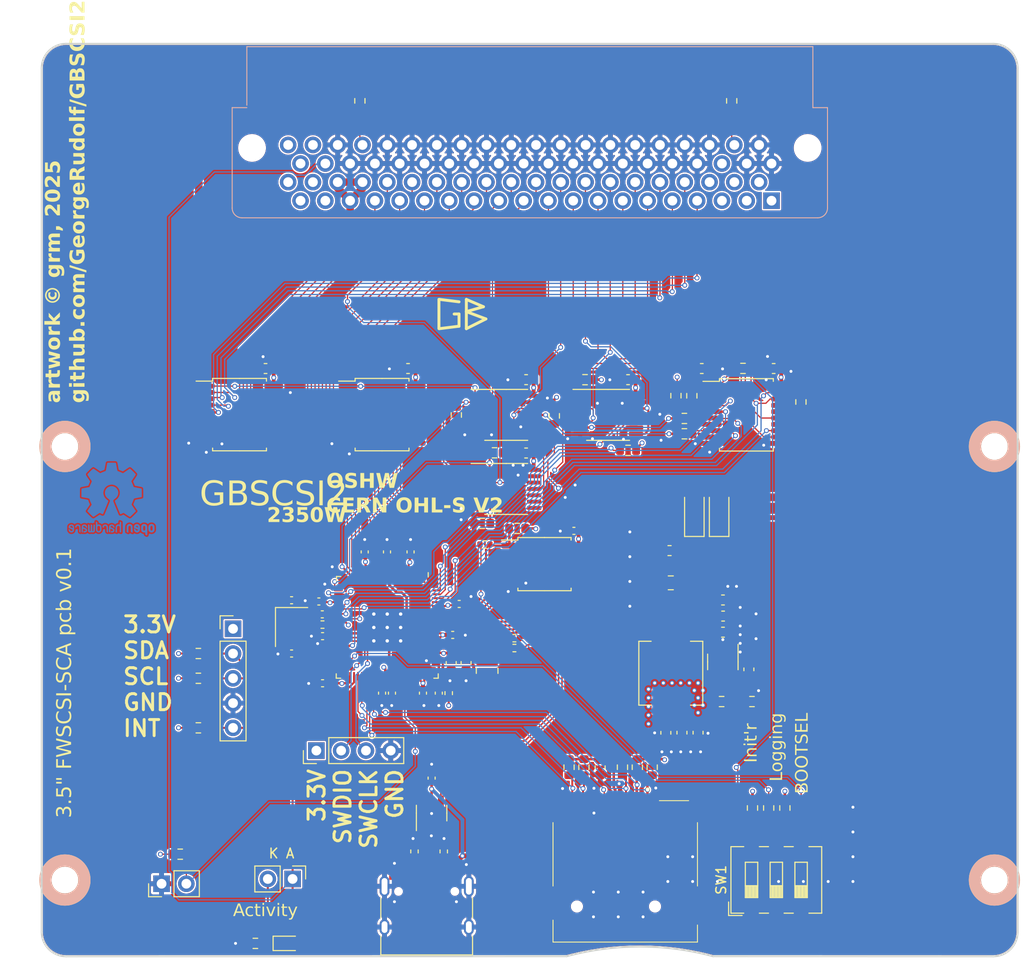
<source format=kicad_pcb>
(kicad_pcb (version 20221018) (generator pcbnew)
  (title_block (title "GBSCSI model 2, 3.5in form factor, FWSCSI") (date "2024-01-10") (rev "1.0") (comment 3 "Drawn by George R. M."))
  (layers (0 "F.Cu" signal) (1 "In1.Cu" signal) (2 "In2.Cu" signal) (31 "B.Cu" signal) (34 "B.Paste" user) (35 "F.Paste" user) (36 "B.SilkS" user "B.Silkscreen") (37 "F.SilkS" user "F.Silkscreen") (38 "B.Mask" user) (39 "F.Mask" user) (44 "Edge.Cuts" user))
  (net 0 "")
  (net 1 "GND")
  (net 2 "+3V3")
  (net 3 "+5V")
  (net 4 "Net-(U3-A0)")
  (net 5 "Net-(U1-VREG_AVDD)")
  (net 6 "/5V_IN")
  (net 7 "/VBUS")
  (net 8 "/SDIO_D2")
  (net 9 "/SDIO_D3")
  (net 10 "/SDIO_CMD")
  (net 11 "/SDIO_CLK")
  (net 12 "/SDIO_D0")
  (net 13 "/SDIO_D1")
  (net 14 "/~{SCSI_SD0}")
  (net 15 "/~{SCSI_SD1}")
  (net 16 "/~{SCSI_SD2}")
  (net 17 "/~{SCSI_SD3}")
  (net 18 "/~{SCSI_SD4}")
  (net 19 "/~{SCSI_SD5}")
  (net 20 "/~{SCSI_SD6}")
  (net 21 "/~{SCSI_SD7}")
  (net 22 "/~{SCSI_SDP}")
  (net 23 "/SCSI_~{ATTN}")
  (net 24 "/~{SCSI_BSY}")
  (net 25 "/~{SCSI_ACK}")
  (net 26 "/~{SCSI_MSG}")
  (net 27 "/~{SCSI_SEL}")
  (net 28 "/SCSI_~{C}{slash}D")
  (net 29 "/SCSI_~{REQ}")
  (net 30 "/~{INITIATOR}")
  (net 31 "/~{DEBUG}")
  (net 32 "/ACTY_RTN")
  (net 33 "/~{MCU_ATTN}")
  (net 34 "/~{MCU_REQ}")
  (net 35 "/~{BUS_DIR}")
  (net 37 "/~{MCU_SEL_OUT}")
  (net 38 "/~{MCU_ACK}")
  (net 39 "Net-(U3-B1)")
  (net 40 "/EJECT")
  (net 41 "Net-(R6-Pad2)")
  (net 42 "Net-(R19-Pad1)")
  (net 43 "/~{MCU_SDP}")
  (net 44 "/~{MCU_CD{slash}SEL_IN}")
  (net 45 "Net-(R20-Pad2)")
  (net 46 "/~{MCU_MSG{slash}BSY_IN}")
  (net 47 "Net-(R21-Pad2)")
  (net 48 "/~{MCU_IO}")
  (net 49 "/~{MCU_SD0}")
  (net 50 "/~{MCU_SD1}")
  (net 51 "/~{MCU_SD2}")
  (net 52 "/~{MCU_SD3}")
  (net 53 "/~{MCU_SD4}")
  (net 54 "/~{MCU_SD5}")
  (net 55 "/~{MCU_SD6}")
  (net 56 "/~{MCU_SD7}")
  (net 57 "/XOUT")
  (net 58 "/~{MCU_BSY_OUT}")
  (net 59 "Net-(C21-Pad1)")
  (net 60 "+1V1")
  (net 61 "/BUS_DIR")
  (net 62 "/~{SCSI_RST}")
  (net 63 "/ACTY")
  (net 64 "/5V_TIE")
  (net 65 "Net-(F2-Pad1)")
  (net 66 "/SCSI_I{slash}~{O} ")
  (net 76 "Net-(J9-Pin_44)")
  (net 78 "Net-(J9-Pin_74)")
  (net 82 "/~{MCU_RST_OUT}")
  (net 83 "/I²C_SDA")
  (net 84 "/CC1")
  (net 85 "/Din+")
  (net 86 "/Din-")
  (net 88 "/CC2")
  (net 90 "/~{SCSI_SD12}")
  (net 91 "/~{SCSI_SD13}")
  (net 92 "/~{SCSI_SD14}")
  (net 93 "/~{SCSI_SD15}")
  (net 94 "/~{SCSI_SDP1}")
  (net 95 "/~{SCSI_SD8}")
  (net 96 "/~{SCSI_SD9}")
  (net 97 "/~{SCSI_SD10}")
  (net 98 "/~{SCSI_SD11}")
  (net 99 "/SWD")
  (net 100 "/SWCLK")
  (net 101 "/VREG_LX")
  (net 102 "/XIN")
  (net 103 "/Dout+")
  (net 104 "/USB_D+")
  (net 105 "/Dout-")
  (net 106 "/USB_D-")
  (net 107 "/QSPI_SS")
  (net 108 "/~{USB_BOOT}")
  (net 109 "Net-(R64-Pad1)")
  (net 110 "/~{MCU_SDP1}")
  (net 111 "/I²C_SCL")
  (net 112 "/I²C_INT")
  (net 115 "/~{MCU_SD8}")
  (net 116 "/~{MCU_SD9}")
  (net 117 "/~{MCU_SD10}")
  (net 118 "/~{MCU_SD11}")
  (net 119 "/~{MCU_SD12}")
  (net 120 "/~{MCU_SD13}")
  (net 121 "/~{MCU_SD14}")
  (net 122 "/~{MCU_SD15}")
  (net 123 "/~{MCU_RST_IN}")
  (net 130 "/QSPI_SD3")
  (net 131 "/QSPI_SCLK")
  (net 132 "/QSPI_SD0")
  (net 133 "/QSPI_SD2")
  (net 134 "/QSPI_SD1")
  (net 136 "Net-(U8-BST)")
  (net 137 "Net-(U8-SW)")
  (net 138 "Net-(U8-FB)")
  (footprint "Resistor_SMD:R_0603_1608Metric" (layer "F.Cu") (at 43.1396 102.379 180)
    (fp_text reference "R51" hide)
    (fp_text value "4k7")
  )
  (footprint "Package_SO:SOIC-8_5.23x5.23mm_P1.27mm" (layer "F.Cu") (at 78.6086 90.675)
    (fp_text reference "U10" hide)
    (fp_text value "W25Q128JVS")
  )
  (footprint "Resistor_SMD:R_0603_1608Metric" (layer "F.Cu") (at 75.8066 87.012)
    (fp_text reference "R54" hide)
    (fp_text value "4k7")
  )
  (footprint "Capacitor_SMD:C_0402_1005Metric" (layer "F.Cu") (at 69.8656 94.759)
    (fp_text reference "C38" hide)
    (fp_text value "100nF")
  )
  (footprint "Connector_PinHeader_2.54mm:PinHeader_1x02_P2.54mm_Vertical" (layer "F.Cu") (at 52.7966 122.953 -90)
    (fp_text reference "J3" hide)
    (fp_text value "Conn_01x02")
  )
  (footprint "LED_SMD:LED_0603_1608Metric" (layer "F.Cu") (at 52.2836 129.557)
    (fp_text reference "D1" hide)
    (fp_text value "YELLOW")
  )
  (footprint "Resistor_SMD:R_0603_1608Metric" (layer "F.Cu") (at 81.123 111.497 90)
    (fp_text reference "R7" hide)
    (fp_text value "4k7")
  )
  (footprint "Capacitor_SMD:C_0402_1005Metric" (layer "F.Cu") (at 52.6926 99.839 180)
    (fp_text reference "C20" hide)
    (fp_text value "22pF")
  )
  (footprint "Resistor_SMD:R_0603_1608Metric" (layer "F.Cu") (at 48.9816 129.557)
    (fp_text reference "R50" hide)
    (fp_text value "510")
  )
  (footprint "Resistor_SMD:R_0603_1608Metric" (layer "F.Cu") (at 82.7625 71.765139 180)
    (fp_text reference "R13" hide)
    (fp_text value "4k7")
  )
  (footprint "Resistor_SMD:R_0603_1608Metric" (layer "F.Cu") (at 86.596 111.497 90)
    (fp_text reference "R3" hide)
    (fp_text value "4k7")
  )
  (footprint "Capacitor_SMD:C_0402_1005Metric" (layer "F.Cu") (at 55.4866 94.505 180)
    (fp_text reference "C29" hide)
    (fp_text value "100nF")
  )
  (footprint "Connector_PinHeader_2.54mm:PinHeader_1x05_P2.54mm_Vertical" (layer "F.Cu") (at 46.6956 97.304)
    (fp_text reference "J6" hide)
    (fp_text value "Conn_01x05")
  )
  (footprint "Resistor_SMD:R_0603_1608Metric" (layer "F.Cu") (at 43.1396 99.839 180)
    (fp_text reference "R15" hide)
    (fp_text value "4k7")
  )
  (footprint "Connector_PinHeader_2.54mm:PinHeader_1x04_P2.54mm_Vertical" (layer "F.Cu") (at 55.2314 109.793 90)
    (fp_text reference "J7" hide)
    (fp_text value "Conn_01x04")
  )
  (footprint "Capacitor_SMD:C_0603_1608Metric" (layer "F.Cu") (at 96.9096 96.003139)
    (fp_text reference "C17" hide)
    (fp_text value "1uF")
  )
  (footprint "Resistor_SMD:R_0603_1608Metric" (layer "F.Cu") (at 72.2226 86.504)
    (fp_text reference "R10" hide)
    (fp_text value "4k7")
  )
  (footprint "Package_SO:TSSOP-14_4.4x5mm_P0.65mm" (layer "F.Cu") (at 85.124766 75.372139)
    (fp_text reference "U6" hide)
    (fp_text value "74LVT125")
  )
  (footprint "Capacitor_SMD:C_0402_1005Metric" (layer "F.Cu") (at 67.7776 103.903 -90)
    (fp_text reference "C36" hide)
    (fp_text value "4.7uF")
  )
  (footprint "Resistor_SMD:R_0603_1608Metric" (layer "F.Cu") (at 69.5736 75.384339 90)
    (fp_text reference "R19" hide)
    (fp_text value "1k")
  )
  (footprint "GBSCSI:MH2.5_NPTH" (layer "F.Cu") (at 29.464 78.613)
    (fp_text reference "H1" hide)
    (fp_text value "~" hide)
  )
  (footprint "Package_SO:SSOP-20_5.3x7.2mm_P0.65mm" (layer "F.Cu") (at 47.3586 75.348139)
    (fp_text reference "U11" hide)
    (fp_text value "74LVT245")
  )
  (footprint "Resistor_SMD:R_0402_1005Metric" (layer "F.Cu") (at 75.5246 99.2802 180)
    (fp_text reference "R49" hide)
    (fp_text value "27")
  )
  (footprint "Capacitor_SMD:C_0603_1608Metric" (layer "F.Cu") (at 94.7236 70.622139)
    (fp_text reference "C2" hide)
    (fp_text value "12pF")
  )
  (footprint "Resistor_SMD:R_0603_1608Metric" (layer "F.Cu") (at 97.79 43.18 90)
    (fp_text reference "R67" hide)
    (fp_text value "10k")
  )
  (footprint "Resistor_SMD:R_0603_1608Metric" (layer "F.Cu") (at 79.6166 75.475139 -90)
    (fp_text reference "R11" hide)
    (fp_text value "4k7")
  )
  (footprint "Capacitor_SMD:C_0402_1005Metric" (layer "F.Cu") (at 60.1844 89.425 90)
    (fp_text reference "C28" hide)
    (fp_text value "100nF")
  )
  (footprint "Capacitor_SMD:C_0603_1608Metric" (layer "F.Cu") (at 76.7234 79.285139 180)
    (fp_text reference "C7" hide)
    (fp_text value "100nF")
  )
  (footprint "Capacitor_SMD:C_0402_1005Metric" (layer "F.Cu") (at 61.9636 103.903 -90)
    (fp_text reference "C31" hide)
    (fp_text value "100nF")
  )
  (footprint "Capacitor_SMD:C_0402_1005Metric" (layer "F.Cu") (at 55.8676 98.061 180)
    (fp_text reference "C23" hide)
    (fp_text value "4.7uF")
  )
  (footprint "GBSCSI:MH2.5_NPTH" (layer "F.Cu") (at 29.464 123.063)
    (fp_text reference "H2" hide)
    (fp_text value "~" hide)
  )
  (footprint "Button_Switch_SMD:SW_DIP_SPSTx03_Slide_6.7x9.18mm_W8.61mm_P2.54mm_LowProfile" (layer "F.Cu") (at 102.362 123.05 90)
    (fp_text reference "SW1")
    (fp_text value "SW_DIP_x03")
  )
  (footprint "Resistor_SMD:R_0603_1608Metric" (layer "F.Cu") (at 82.647 111.497 90)
    (fp_text reference "R5" hide)
    (fp_text value "4k7")
  )
  (footprint "Inductor_SMD:L_0603_1608Metric" (layer "F.Cu") (at 91.4216 89.291139)
    (fp_text reference "L1" hide)
    (fp_text value "Ferrite_Bead_Small")
  )
  (footprint "Inductor_SMD:L_1008_2520Metric_Pad1.43x2.20mm_HandSolder" (layer "F.Cu") (at 72.7306 101.617 -90)
    (fp_text reference "L3" hide)
    (fp_text value "3.3uH")
  )
  (footprint "Resistor_SMD:R_0603_1608Metric" (layer "F.Cu") (at 89.644 111.497 90)
    (fp_text reference "R1" hide)
    (fp_text value "4k7")
  )
  (footprint "Diode_SMD:D_SOD-123" (layer "F.Cu") (at 96.5016 85.481139 90)
    (fp_text reference "D3" hide)
    (fp_text value "D_Schottky")
  )
  (footprint "Package_SO:TSSOP-14_4.4x5mm_P0.65mm" (layer "F.Cu") (at 74.686933 75.372139)
    (fp_text reference "U5" hide)
    (fp_text value "74LVT125")
  )
  (footprint "Fiducial:Fiducial_0.5mm_Mask1mm" (layer "F.Cu") (at 46.2836 128.425)
    (fp_text reference "FID2" hide)
    (fp_text value "Fiducial")
  )
  (footprint "Capacitor_SMD:C_0402_1005Metric" (layer "F.Cu") (at 62.9796 103.903 -90)
    (fp_text reference "C22" hide)
    (fp_text value "100nF")
  )
  (footprint "Inductor_SMD:L_Vishay_IHLP-2525" (layer "F.Cu") (at 91.5496 101.858139 -90)
    (fp_text reference "L2" hide)
    (fp_text value "2.2uH")
  )
  (footprint "Connector_USB:USB_C_Receptacle_HRO_TYPE-C-31-M-12" (layer "F.Cu") (at 66.5344 126.8364)
    (fp_text reference "J1" hide)
    (fp_text value "USB_DATA")
  )
  (footprint "Capacitor_SMD:C_0603_1608Metric" (layer "F.Cu") (at 92.6926 107.954139 -90)
    (fp_text reference "C13" hide)
    (fp_text value "22uF")
  )
  (footprint "Capacitor_SMD:C_0402_1005Metric" (layer "F.Cu") (at 55.8384 95.823 180)
    (fp_text reference "C39" hide)
    (fp_text value "100nF")
  )
  (footprint "Capacitor_SMD:C_0603_1608Metric" (layer "F.Cu") (at 76.7234 71.765139 180)
    (fp_text reference "C5" hide)
    (fp_text value "100nF")
  )
  (footprint "Capacitor_SMD:C_0402_1005Metric" (layer "F.Cu") (at 66.1546 103.903 -90)
    (fp_text reference "C32" hide)
    (fp_text value "100nF")
  )
  (footprint "Resistor_SMD:R_0603_1608Metric" (layer "F.Cu") (at 88.12 111.497 90)
    (fp_text reference "R2" hide)
    (fp_text value "4k7")
  )
  (footprint "Package_SO:SSOP-20_5.3x7.2mm_P0.65mm" (layer "F.Cu") (at 61.9636 75.348139)
    (fp_text reference "U2" hide)
    (fp_text value "74LVT245")
  )
  (footprint "Capacitor_SMD:C_0402_1005Metric" (layer "F.Cu") (at 55.8676 102.887 180)
    (fp_text reference "C30" hide)
    (fp_text value "100nF")
  )
  (footprint "Resistor_SMD:R_0402_1005Metric" (layer "F.Cu") (at 75.5246 98.2642 180)
    (fp_text reference "R48" hide)
    (fp_text value "27")
  )
  (footprint "Fuse:Fuse_0805_2012Metric" (layer "F.Cu") (at 91.5486 92.593139)
    (fp_text reference "F2" hide)
    (fp_text value "1A")
  )
  (footprint "Package_TO_SOT_SMD:SOT-23-6" (layer "F.Cu") (at 67.0398 116.1981 90)
    (fp_text reference "U9" hide)
    (fp_text value "USB TVS")
  )
  (footprint "Capacitor_SMD:C_0402_1005Metric" (layer "F.Cu") (at 62.4704 89.425 90)
    (fp_text reference "C24" hide)
    (fp_text value "100nF")
  )
  (footprint "GBSCSI:TF01A" (layer "F.Cu") (at 86.881 122.175)
    (fp_text reference "J2" hide)
    (fp_text value "TF003" hide)
  )
  (footprint "Resistor_SMD:R_0402_1005Metric" (layer "F.Cu") (at 65.2844 120.1296 90)
    (fp_text reference "R47" hide)
    (fp_text value "5k1")
  )
  (footprint "Resistor_SMD:R_0603_1608Metric" (layer "F.Cu") (at 73.4926 79.265 180)
    (fp_text reference "R64" hide)
    (fp_text value "1k")
  )
  (footprint "Package_TO_SOT_SMD:TSOT-23-6" (layer "F.Cu") (at 96.882893 100.701432 -90)
    (fp_text reference "U8" hide)
    (fp_text value "AP62250WU")
  )
  (footprint "Capacitor_SMD:C_0402_1005Metric" (layer "F.Cu") (at 67.0424 112.615 90)
    (fp_text reference "C33" hide)
    (fp_text value "100nF")
  )
  (footprint "Crystal:Crystal_SMD_3225-4Pin_3.2x2.5mm" (layer "F.Cu") (at 52.6926 97.125 -90)
    (fp_text reference "Y1" hide)
    (fp_text value "12MHz")
  )
  (footprint "Resistor_SMD:R_0603_1608Metric" (layer "F.Cu") (at 103.2386 115.6764 -90)
    (fp_text reference "R6" hide)
    (fp_text value "1k")
  )
  (footprint "Resistor_SMD:R_0603_1608Metric" (layer "F.Cu") (at 59.69 43.18 90)
    (fp_text reference "R18" hide)
    (fp_text value "10k")
  )
  (footprint "Capacitor_SMD:C_0603_1608Metric" (layer "F.Cu") (at 96.8966 97.654139)
    (fp_text reference "C18" hide)
    (fp_text value "100nF")
  )
  (footprint "Resistor_SMD:R_0603_1608Metric" (layer "F.Cu") (at 98.9482 70.609139)
    (fp_text reference "R8" hide)
    (fp_text value "4k7")
  )
  (footprint "GBSCSI:RP2350-QFN-80-1EP_10x10_P0.4mm_EP3.4x3.4mm_ThermalVias" (layer "F.Cu") (at 62.4936 97.170139 -90)
    (fp_text reference "U1" hide)
    (fp_text value "RP2350_80QFN")
  )
  (footprint "Resistor_SMD:R_0603_1608Metric" (layer "F.Cu") (at 41.28 120.413)
    (fp_text reference "R66" hide)
    (fp_text value "4k7")
  )
  (footprint "Package_SO:TSSOP-14_4.4x5mm_P0.65mm" (layer "F.Cu") (at 74.686933 82.968139)
    (fp_text reference "U4" hide)
    (fp_text value "74LVT125")
  )
  (footprint "Capacitor_SMD:C_0603_1608Metric" (layer "F.Cu") (at 70.5716 100.8042 -90)
    (fp_text reference "C35" hide)
    (fp_text value "4.7uF")
  )
  (footprint "Resistor_SMD:R_0603_1608Metric" (layer "F.Cu") (at 104.8836 74.051139 90)
    (fp_text reference "R17" hide)
    (fp_text value "1k")
  )
  (footprint "Capacitor_SMD:C_0603_1608Metric" (layer "F.Cu") (at 87.1691 71.765139 180)
    (fp_text reference "C6" hide)
    (fp_text value "100nF")
  )
  (footprint "Capacitor_SMD:C_0603_1608Metric" (layer "F.Cu") (at 64.6246 70.622139 180)
    (fp_text reference "C4" hide)
    (fp_text value "100nF")
  )
  (footprint "Fiducial:Fiducial_0.5mm_Mask1mm" (layer "F.Cu") (at 110.8336 128.375)
    (fp_text reference "FID1" hide)
    (fp_text value "Fiducial")
  )
  (footprint "Diode_SMD:D_SOD-123" (layer "F.Cu") (at 93.9616 85.481139 90)
    (fp_text reference "D5" hide)
    (fp_text value "D_Schottky")
  )
  (footprint "GBSCSI:MH2.5_NPTH" (layer "F.Cu") (at 124.714 123.063)
    (fp_text reference "H4" hide)
    (fp_text value "~" hide)
  )
  (footprint "Package_SO:SSOP-20_5.3x7.2mm_P0.65mm" (layer "F.Cu") (at 99.2956 75.372139)
    (fp_text reference "U3" hide)
    (fp_text value "74LVT245")
  )
  (footprint "Resistor_SMD:R_0603_1608Metric" (layer "F.Cu") (at 101.579134 115.6764 90)
    (fp_text reference "R9" hide)
    (fp_text value "4k7")
  )
  (footprint "Capacitor_SMD:C_0603_1608Metric" (layer "F.Cu") (at 84.31 111.497 -90)
    (fp_text reference "C1" hide)
    (fp_text value "100nF")
  )
  (footprint "Capacitor_SMD:C_0603_1608Metric" (layer "F.Cu") (at 69.0476 100.8042 -90)
    (fp_text reference "C26" hide)
    (fp_text value "4.7uF")
  )
  (footprint "Resistor_SMD:R_0603_1608Metric" (layer "F.Cu") (at 93.7046 73.416139 90)
    (fp_text reference "R16" hide)
    (fp_text value "110")
  )
  (footprint "Capacitor_SMD:C_0603_1608Metric" (layer "F.Cu") (at 50.0244 70.622139 180)
    (fp_text reference "C37" hide)
    (fp_text value "100nF")
  )
  (footprint "Resistor_SMD:R_0402_1005Metric" (layer "F.Cu") (at 55.8586 96.875 180)
    (fp_text reference "R14" hide)
    (fp_text value "1k")
  )
  (footprint "Capacitor_SMD:C_0402_1005Metric" (layer "F.Cu") (at 69.2026 97.934)
    (fp_text reference "C25" hide)
    (fp_text value "1uF")
  )
  (footprint "Resistor_SMD:R_0402_1005Metric" (layer "F.Cu") (at 68.7936 103.903 -90)
    (fp_text reference "R65" hide)
    (fp_text value "27")
  )
  (footprint "Capacitor_SMD:C_0402_1005Metric" (layer "F.Cu") (at 81.6206 87.266 180)
    (fp_text reference "C34" hide)
    (fp_text value "100nF")
  )
  (footprint "Resistor_SMD:R_0603_1608Metric" (layer "F.Cu") (at 96.7566 104.766139)
    (fp_text reference "R41" hide)
    (fp_text value "31k6")
  )
  (footprint "Resistor_SMD:R_0603_1608Metric" (layer "F.Cu") (at 92.075 73.406 -90)
    (fp_text reference "R40" hide)
    (fp_text value "4k7")
  )
  (footprint "Resistor_SMD:R_0603_1608Metric" (layer "F.Cu") (at 99.919668 115.6764 -90)
    (fp_text reference "R4" hide)
    (fp_text value "1k")
  )
  (footprint "Resistor_SMD:R_0402_1005Metric" (layer "F.Cu") (at 68.2844 120.1296 90)
    (fp_text reference "R46" hide)
    (fp_text value "5k1")
  )
  (footprint "Capacitor_SMD:C_0402_1005Metric" (layer "F.Cu") (at 52.6926 94.378)
    (fp_text reference "C21" hide)
    (fp_text value "22pF")
  )
  (footprint "Capacitor_SMD:C_0603_1608Metric" (layer "F.Cu") (at 91.0416 107.967139 -90)
    (fp_text reference "C16" hide)
    (fp_text value "100nF")
  )
  (footprint "Capacitor_SMD:C_0603_1608Metric" (layer "F.Cu") (at 94.3436 107.954139 -90)
    (fp_text reference "C12" hide)
    (fp_text value "22uF")
  )
  (footprint "Capacitor_SMD:C_0603_1608Metric" (layer "F.Cu") (at 99.5506 101.464139 -90)
    (fp_text reference "C14" hide)
    (fp_text value "100nF")
  )
  (footprint "Connector_PinHeader_2.54mm:PinHeader_1x02_P2.54mm_Vertical" (layer "F.Cu") (at 39.37 123.444 90)
    (fp_text reference "J8" hide)
    (fp_text value "Conn_01x02")
  )
  (footprint "Capacitor_SMD:C_0603_1608Metric" (layer "F.Cu") (at 102.0896 70.622139 180)
    (fp_text reference "C3" hide)
    (fp_text value "100nF")
  )
  (footprint "Resistor_SMD:R_0603_1608Metric" (layer "F.Cu") (at 43.1396 107.459 180)
    (fp_text reference "R52" hide)
    (fp_text value "4k7")
  )
  (footprint "GBSCSI:MH2.5_NPTH" (layer "F.Cu") (at 124.714 78.613)
    (fp_text reference "H3" hide)
    (fp_text value "~" hide)
  )
  (footprint "Resistor_SMD:R_0603_1608Metric" (layer "F.Cu") (at 99.8676 104.766139)
    (fp_text reference "R42" hide)
    (fp_text value "10k")
  )
  (footprint "Resistor_SMD:R_0603_1608Metric" (layer "F.Cu") (at 92.9416 77.314739 180)
    (fp_text reference "R21" hide)
    (fp_text value "1k")
  )
  (footprint "Fiducial:Fiducial_0.5mm_Mask1mm" (layer "F.Cu") (at 31.115 41.402)
    (fp_text reference "FID3" hide)
    (fp_text value "Fiducial")
  )
  (footprint "Resistor_SMD:R_0603_1608Metric" (layer "F.Cu") (at 92.9416 75.739939 180)
    (fp_text reference "R20" hide)
    (fp_text value "1k")
  )
  (footprint "Resistor_SMD:R_0402_1005Metric" (layer "F.Cu") (at 72.5026 88.663 180)
    (fp_text reference "R53" hide)
    (fp_text value "1k")
  )
  (footprint "Resistor_SMD:R_0603_1608Metric" (layer "F.Cu") (at 87.1691 79.011 180)
    (fp_text reference "R12" hide)
    (fp_text value "4k7")
  )
  (footprint "Capacitor_SMD:C_0402_1005Metric" (layer "F.Cu") (at 64.8834 89.425 90)
    (fp_text reference "C27" hide)
    (fp_text value "100nF")
  )
  (footprint "Capacitor_SMD:C_0603_1608Metric" (layer "F.Cu") (at 96.8966 94.352139)
    (fp_text reference "C15" hide)
    (fp_text value "10uF")
  )
  (footprint "GBSCSI:CHAMPII_80" (layer "B.Cu") (at 77.106 50.8762)
    (fp_text reference "J9" hide)
    (fp_text value "Conn_02x40_Counter_Clockwise")
  )
  (footprint "Symbol:OSHW-Logo2_9.8x8mm_Copper" (layer "B.Cu") (at 34.2496 83.991861 180)
    (fp_text reference "REF**" hide)
    (fp_text value "OSHW-Logo2_9.8x8mm_Copper" hide)
  )
  (gr_line (start 72.6 65.538) (end 70.6 64.788) (stroke (width 0.3)) (layer "F.SilkS"))
  (gr_line (start 67.85 66.534) (end 69.85 66.284) (stroke (width 0.3)) (layer "F.SilkS"))
  (gr_line (start 72.35 64.288) (end 70.6 64.788) (stroke (width 0.3)) (layer "F.SilkS"))
  (gr_line (start 69.85 66.284) (end 69.85 65.034) (stroke (width 0.3)) (layer "F.SilkS"))
  (gr_line (start 67.85 63.534) (end 69.85 63.784) (stroke (width 0.3)) (layer "F.SilkS"))
  (gr_line (start 67.7904 63.534) (end 67.7904 66.534) (stroke (width 0.3)) (layer "F.SilkS"))
  (gr_line (start 70.6 66.538) (end 72.6 65.538) (stroke (width 0.3)) (layer "F.SilkS"))
  (gr_line (start 69.35 65.034) (end 69.85 65.034) (stroke (width 0.3)) (layer "F.SilkS"))
  (gr_line (start 70.6 63.538) (end 72.35 64.288) (stroke (width 0.3)) (layer "F.SilkS"))
  (gr_line (start 70.6 66.538) (end 70.6 63.538) (stroke (width 0.3)) (layer "F.SilkS"))
  (gr_arc (start 27.089 39.833) (mid 27.821233 38.065233) (end 29.589 37.333) (stroke (width 0.2)) (layer "Edge.Cuts"))
  (gr_arc (start 80.881 130.875) (mid 88.381 129.887606) (end 95.881 130.875) (stroke (width 0.2)) (layer "Edge.Cuts"))
  (gr_arc (start 29.589 130.883) (mid 27.821233 130.150767) (end 27.089 128.383) (stroke (width 0.2)) (layer "Edge.Cuts"))
  (gr_line (start 27.089 128.383) (end 27.089 39.833) (stroke (width 0.2)) (layer "Edge.Cuts"))
  (gr_line (start 29.589 37.333) (end 124.589 37.333) (stroke (width 0.2)) (layer "Edge.Cuts"))
  (gr_arc (start 127.089 128.383) (mid 126.356767 130.150767) (end 124.589 130.883) (stroke (width 0.2)) (layer "Edge.Cuts"))
  (gr_line (start 127.089 128.383) (end 127.089 39.833) (stroke (width 0.2)) (layer "Edge.Cuts"))
  (gr_arc (start 124.589 37.333) (mid 126.356767 38.065233) (end 127.089 39.833) (stroke (width 0.2)) (layer "Edge.Cuts"))
  (gr_line (start 95.881 130.875) (end 124.589 130.883) (stroke (width 0.2)) (layer "Edge.Cuts"))
  (gr_line (start 29.589 130.883) (end 80.881 130.875) (stroke (width 0.2)) (layer "Edge.Cuts"))
  (gr_text "3.3V\nSWDIO\nSWCLK\nGND" (at 64.2216 111.523 90) (layer "F.SilkS") (effects (font (size 1.651 1.651) (thickness 0.3) bold) (justify right bottom)))
  (gr_text "artwork © grm, 2025\ngithub.com/GeorgeRudolf/GBSCSI2" (at 29.591 74.168 90) (layer "F.SilkS") (effects (font (size 1.5 1.5) (thickness 0.3) bold italic) (justify left)))
  (gr_text "GBSCSI2" (at 43.2646 85.071139) (layer "F.SilkS") (effects (font (size 2.5 2.5) (thickness 0.15) italic) (justify left bottom)))
  (gr_text "BOOTSEL" (at 105.791 105.918 90) (layer "F.SilkS") (effects (font (size 1.27 1.27) (thickness 0.1875)) (justify right bottom)))
  (gr_text "3.5{dblquote} FWSCSI-SCA pcb v0.1" (at 30.353 116.713 90) (layer "F.SilkS") (effects (font (size 1.5 1.5)) (justify left bottom)))
  (gr_text "Logging" (at 103.1748 105.918 90) (layer "F.SilkS") (effects (font (size 1.27 1.27) (thickness 0.1875)) (justify right bottom)))
  (gr_text "Activity" (at 53.3336 126.975) (layer "F.SilkS") (effects (font (size 1.27 1.27) (thickness 0.1875)) (justify right bottom)))
  (gr_text "OSHW\nCERN OHL-S V2" (at 56.2486 85.635139) (layer "F.SilkS") (effects (font (size 1.5 1.5) (thickness 0.3) bold italic) (justify left bottom)))
  (gr_text "2350W" (at 50.165 86.614) (layer "F.SilkS") (effects (font (size 1.5 1.5) (thickness 0.3) bold italic) (justify left bottom)))
  (gr_text "3.3V\nSDA\nSCL\nGND\nINT" (at 35.2656 108.475) (layer "F.SilkS") (effects (font (size 1.651 1.651) (thickness 0.3) bold) (justify left bottom)))
  (gr_text "K A" (at 50.2516 120.921) (layer "F.SilkS") (effects (font (size 1 1)) (justify left bottom)))
  (gr_text "Init'r" (at 100.5586 106.991252 90) (layer "F.SilkS") (effects (font (size 1.27 1.27) (thickness 0.1875)) (justify right bottom)))
  (via (at 63.2324 125.287) (size 0.5) (drill 0.3) (layers "F.Cu" "B.Cu") (net 1))
  (via (at 98.6616 97.019139) (size 0.5) (drill 0.3) (layers "F.Cu" "B.Cu") (net 1))
  (via (at 103.8636 70.913939) (size 0.5) (drill 0.3) (layers "F.Cu" "B.Cu") (net 1))
  (via (at 81.7476 82.567) (size 0.5) (drill 0.3) (layers "F.Cu" "B.Cu") (net 1))
  (via (at 96.8532 70.659939) (size 0.5) (drill 0.3) (layers "F.Cu" "B.Cu") (net 1))
  (via (at 107.6736 123.215) (size 0.5) (drill 0.3) (layers "F.Cu" "B.Cu") (net 1))
  (via (at 90.551 77.978) (size 0.5) (drill 0.3) (layers "F.Cu" "B.Cu") (net 1))
  (via (at 76.6944 92.6226) (size 0.5) (drill 0.3) (layers "F.Cu" "B.Cu") (net 1))
  (via (at 62.4704 88.155) (size 0.5) (drill 0.3) (layers "F.Cu" "B.Cu") (net 1))
  (via (at 105.1336 123.215) (size 0.5) (drill 0.3) (layers "F.Cu" "B.Cu") (net 1))
  (via (at 96.8836 98.416139) (size 0.5) (drill 0.3) (layers "F.Cu" "B.Cu") (net 1))
  (via (at 56.8228 78.330739) (size 0.5) (drill 0.3) (layers "F.Cu" "B.Cu") (net 1))
  (via (at 70.0636 86.123) (size 0.5) (drill 0.3) (layers "F.Cu" "B.Cu") (net 1))
  (via (at 74.891 93.4862) (size 0.5) (drill 0.3) (layers "F.Cu" "B.Cu") (net 1))
  (via (at 97.3916 92.955139) (size 0.5) (drill 0.3) (layers "F.Cu" "B.Cu") (net 1))
  (via (at 62.9516 105.173) (size 0.5) (drill 0.3) (layers "F.Cu" "B.Cu") (net 1))
  (via (at 98.6616 99.686139) (size 0.5) (drill 0.3) (layers "F.Cu" "B.Cu") (net 1))
  (via (at 68.9206 102.633) (size 0.5) (drill 0.3) (layers "F.Cu" "B.Cu") (net 1))
  (via (at 65.1374 118.81) (size 0.5) (drill 0.3) (layers "F.Cu" "B.Cu") (net 1))
  (via (at 86.258 113.181) (size 0.5) (drill 0.3) (layers "F.Cu" "B.Cu") (net 1))
  (via (at 85.3025 71.777539) (size 0.5) (drill 0.3) (layers "F.Cu" "B.Cu") (net 1))
  (via (at 93.786 123.215) (size 0.5) (drill 0.3) (layers "F.Cu" "B.Cu") (net 1))
  (via (at 91.246 120.675) (size 0.5) (drill 0.3) (layers "F.Cu" "B.Cu") (net 1))
  (via (at 76.1776 76.603539) (size 0.5) (drill 0.3) (layers "F.Cu" "B.Cu") (net 1))
  (via (at 67.0424 111.19) (size 0.5) (drill 0.3) (layers "F.Cu" "B.Cu") (net 1))
  (via (at 56.8556 90.949) (size 0.5) (drill 0.3) (layers "F.Cu" "B.Cu") (net 1))
  (via (at 110.2136 118.135) (size 0.5) (drill 0.3) (layers "F.Cu" "B.Cu") (net 1))
  (via (at 69.5824 125.287) (size 0.5) (drill 0.3) (layers "F.Cu" "B.Cu") (net 1))
  (via (at 86.1672 126.8366) (size 0.5) (drill 0.3) (layers "F.Cu" "B.Cu") (net 1))
  (via (at 80.7316 83.837) (size 0.5) (drill 0.3) (layers "F.Cu" "B.Cu") (net 1))
  (via (at 88.7072 126.8366) (size 0.5) (drill 0.3) (layers "F.Cu" "B.Cu") (net 1))
  (via (at 93.5854 109.918139) (size 0.5) (drill 0.3) (layers "F.Cu" "B.Cu") (net 1))
  (via (at 75.3976 80.535) (size 0.5) (drill 0.3) (layers "F.Cu" "B.Cu") (net 1))
  (via (at 76.4136 80.535) (size 0.5) (drill 0.3) (layers "F.Cu" "B.Cu") (net 1))
  (via (at 75.9056 81.551) (size 0.5) (drill 0.3) (layers "F.Cu" "B.Cu") (net 1))
  (via (at 83.6272 126.8366) (size 0.5) (drill 0.3) (layers "F.Cu" "B.Cu") (net 1))
  (via (at 70.0636 84.98) (size 0.5) (drill 0.3) (layers "F.Cu" "B.Cu") (net 1))
  (via (at 54.444 102.9096) (size 0.5) (drill 0.3) (layers "F.Cu" "B.Cu") (net 1))
  (via (at 101.0696 78.483139) (size 0.5) (drill 0.3) (layers "F.Cu" "B.Cu") (net 1))
  (via (at 58.6086 79.375) (size 0.5) (drill 0.3) (layers "F.Cu" "B.Cu") (net 1))
  (via (at 83.5245 77.822739) (size 0.5) (drill 0.3) (layers "F.Cu" "B.Cu") (net 1))
  (via (at 90.424 75.311) (size 0.5) (drill 0.3) (layers "F.Cu" "B.Cu") (net 1))
  (via (at 68.3124 118.81) (size 0.5) (drill 0.3) (layers "F.Cu" "B.Cu") (net 1))
  (via (at 62.7156 70.659939) (size 0.5) (drill 0.3) (layers "F.Cu" "B.Cu") (net 1))
  (via (at 45.554 78.3478) (size 0.5) (drill 0.3) (layers "F.Cu" "B.Cu") (net 1))
  (via (at 95.3634 108.015) (size 0.5) (drill 0.3) (layers "F.Cu" "B.Cu") (net 1))
  (via (at 92.5694 109.918139) (size 0.5) (drill 0.3) (layers "F.Cu" "B.Cu") (net 1))
  (via (at 102.5936 123.215) (size 0.5) (drill 0.3) (layers "F.Cu" "B.Cu") (net 1))
  (via (at 51.2944 99.887) (size 0.5) (drill 0.3) (layers "F.Cu" "B.Cu") (net 1))
  (via (at 43.9538 79.2114) (size 0.5) (drill 0.3) (layers "F.Cu" "B.Cu") (net 1))
  (via (at 52.5644 73.09) (size 0.5) (drill 0.3) (layers "F.Cu" "B.Cu") (net 1))
  (via (at 80.458 113.681) (size 0.5) (drill 0.3) (layers "F.Cu" "B.Cu") (net 1))
  (via (at 110.2136 120.675) (size 0.5) (drill 0.3) (layers "F.Cu" "B.Cu") (net 1))
  (via (at 101.3236 71.777539) (size 0.5) (drill 0.3) (layers "F.Cu" "B.Cu") (net 1))
  (via (at 54.7246 98.061) (size 0.5) (drill 0.3) (layers "F.Cu" "B.Cu") (net 1))
  (via (at 46.9496 129.557) (size 0.5) (drill 0.3) (layers "F.Cu" "B.Cu") (net 1))
  (via (at 90.008 113.631) (size 0.5) (drill 0.3) (layers "F.Cu" "B.Cu") (net 1))
  (via (at 67.0398 116.2434) (size 0.5) (drill 0.3) (layers "F.Cu" "B.Cu") (net 1))
  (via (at 70.5984 121.477) (size 0.5) (drill 0.3) (layers "F.Cu" "B.Cu") (net 1))
  (via (at 98.2806 92.955139) (size 0.5) (drill 0.3) (layers "F.Cu" "B.Cu") (net 1))
  (via (at 54.0884 94.426) (size 0.5) (drill 0.3) (layers "F.Cu" "B.Cu") (net 1))
  (via (at 91.6042 109.92) (size 0.5) (drill 0.3) (layers "F.Cu" "B.Cu") (net 1))
  (via (at 83.675 113.656) (size 0.5) (drill 0.3) (layers "F.Cu" "B.Cu") (net 1))
  (via (at 70.4954 97.9594) (size 0.5) (drill 0.3) (layers "F.Cu" "B.Cu") (net 1))
  (via (at 100.5436 103.649) (size 0.5) (drill 0.3) (layers "F.Cu" "B.Cu") (net 1))
  (via (at 98.6616 95.114139) (size 0.5) (drill 0.3) (layers "F.Cu" "B.Cu") (net 1))
  (via (at 110.2136 123.215) (size 0.5) (drill 0.3) (layers "F.Cu" "B.Cu") (net 1))
  (via (at 90.639 109.92) (size 0.5) (drill 0.3) (layers "F.Cu" "B.Cu") (net 1))
  (via (at 66.5076 100.5756) (size 0.5) (drill 0.3) (layers "F.Cu" "B.Cu") (net 1))
  (via (at 60.1844 88.155) (size 0.5) (drill 0.3) (layers "F.Cu" "B.Cu") (net 1))
  (via (at 87.3536 94.993139) (size 0.5) (drill 0.3) (layers "F.Cu" "B.Cu") (net 1))
  (via (at 87.3536 89.913139) (size 0.5) (drill 0.3) (layers "F.Cu" "B.Cu") (net 1))
  (via (at 86.7006 77.868) (size 0.5) (drill 0.3) (layers "F.Cu" "B.Cu") (net 1))
  (via (at 78.9042 73.6488) (size 0.5) (drill 0.3) (layers "F.Cu" "B.Cu") (net 1))
  (via (at 70.4372 77.416339) (size 0.5) (drill 0.3) (layers "F.Cu" "B.Cu") (net 1))
  (via (at 100.2836 95.773139) (size 0.5) (drill 0.3) (layers "F.Cu" "B.Cu") (net 1))
  (via (at 83.675 116.196) (size 0.5) (drill 0.3) (layers "F.Cu" "B.Cu") (net 1))
  (via (at 83.6272 124.2966) (size 0.5) (drill 0.3) (layers "F.Cu" "B.Cu") (net 1))
  (via (at 42.1504 78.2716) (size 0.5) (drill 0.3) (layers "F.Cu" "B.Cu") (net 1))
  (via (at 84.0336 74.185) (size 0.5) (drill 0.3) (layers "F.Cu" "B.Cu") (net 1))
  (via (at 89.8936 107.975) (size 0.5) (drill 0.3) (layers "F.Cu" "B.Cu") (net 1))
  (via (at 80.225 87.2886) (size 0.5) (drill 0.3) (layers "F.Cu" "B.Cu") (net 1))
  (via (at 73.1804 77.416339) (size 0.5) (drill 0.3) (layers "F.Cu" "B.Cu") (net 1))
  (via (at 101.4606 69.385639) (size 0.5) (drill 0.3) (layers "F.Cu" "B.Cu") (net 1))
  (via (at 95.5324 79.194339) (size 0.5) (drill 0.3) (layers "F.Cu" "B.Cu") (net 1))
  (via (at 71.0796 93.997) (size 0.5) (drill 0.3) (layers "F.Cu" "B.Cu") (net 1))
  (via (at 64.8834 88.155) (size 0.5) (drill 0.3) (layers "F.Cu" "B.Cu") (net 1))
  (via (at 110.2136 115.595) (size 0.5) (drill 0.3) (layers "F.Cu" "B.Cu") (net 1))
  (via (at 88.7072 124.2966) (size 0.5) (drill 0.3) (layers "F.Cu" "B.Cu") (net 1))
  (via (at 70.5716 102.633) (size 0.5) (drill 0.3) (layers "F.Cu" "B.Cu") (net 1))
  (via (at 74.8568 71.777539) (size 0.5) (drill 0.3) (layers "F.Cu" "B.Cu") (net 1))
  (via (at 94.6014 109.918139) (size 0.5) (drill 0.3) (layers "F.Cu" "B.Cu") (net 1))
  (via (at 80.9845 77.822739) (size 0.5) (drill 0.3) (layers "F.Cu" "B.Cu") (net 1))
  (via (at 93.786 120.675) (size 0.5) (drill 0.3) (layers "F.Cu" "B.Cu") (net 1))
  (via (at 67.7776 105.173) (size 0.5) (drill 0.3) (layers "F.Cu" "B.Cu") (net 1))
  (via (at 67.0144 118.5294) (size 0.5) (drill 0.3) (layers "F.Cu" "B.Cu") (net 1))
  (via (at 86.1672 124.2966) (size 0.5) (drill 0.3) (layers "F.Cu" "B.Cu") (net 1))
  (via (at 86.5736 74.185) (size 0.5) (drill 0.3) (layers "F.Cu" "B.Cu") (net 1))
  (via (at 63.2324 121.35) (size 0.5) (drill 0.3) (layers "F.Cu" "B.Cu") (net 1))
  (via (at 87.3536 92.453139) (size 0.5) (drill 0.3) (layers "F.Cu" "B.Cu") (net 1))
  (via (at 56.0936 92.727) (size 0.5) (drill 0.3) (layers "F.Cu" "B.Cu") (net 1))
  (via (at 98.6616 97.908139) (size 0.5) (drill 0.3) (layers "F.Cu" "B.Cu") (net 1))
  (via (at 91.246 123.215) (size 0.5) (drill 0.3) (layers "F.Cu" "B.Cu") (net 1))
  (via (at 94.0592 78.330739) (size 0.5) (drill 0.3) (layers "F.Cu" "B.Cu") (net 1))
  (via (at 87.3536 87.373139) (size 0.5) (drill 0.3) (layers "F.Cu" "B.Cu") (net 1))
  (via (at 49.7704 69.407) (size 0.5) (drill 0.3) (layers "F.Cu" "B.Cu") (net 1))
  (via (at 61.9356 105.173) (size 0.5) (drill 0.3) (layers "F.Cu" "B.Cu") (net 1))
  (via (at 98.6616 98.797139) (size 0.5) (drill 0.3) (layers "F.Cu" "B.Cu") (net 1))
  (via (at 55.3596 98.823) (size 0.5) (drill 0.3) (layers "F.Cu" "B.Cu") (net 1))
  (via (at 66.2536 105.173) (size 0.5) (drill 0.3) (layers "F.Cu" "B.Cu") (net 1))
  (via (at 96.326 123.215) (size 0.5) (drill 0.3) (layers "F.Cu" "B.Cu") (net 1))
  (via (at 100.2836 98.323139) (size 0.5) (drill 0.3) (layers "F.Cu" "B.Cu") (net 1))
  (segment (start 58.5052 102.887) (end 57.8702 102.887) (width 0.25) (layer "F.Cu") (net 2))
  (segment (start 102.8646 70.622139) (end 102.8646 71.506539) (width 0.381) (layer "F.Cu") (net 2))
  (segment (start 103.2386 114.014866) (end 103.2386 113.9614) (width 0.25) (layer "F.Cu") (net 2))
  (segment (start 99.920668 113.978332) (end 99.9376 113.9614) (width 0.25) (layer "F.Cu") (net 2))
  (segment (start 56.6296 94.632) (end 56.567739 94.570139) (width 0.2032) (layer "F.Cu") (net 2))
  (segment (start 79.6166 74.650139) (end 79.6166 73.8) (width 0.25) (layer "F.Cu") (net 2))
  (segment (start 68.264959 99.823639) (end 68.211459 99.770139) (width 0.25) (layer "F.Cu") (net 2))
  (segment (start 62.2936 103.093) (end 61.9636 103.423) (width 0.2032) (layer "F.Cu") (net 2))
  (segment (start 64.808548 90.493148) (end 64.6936 90.608096) (width 0.2032) (layer "F.Cu") (net 2))
  (segment (start 102.8476 71.522539) (end 102.8646 71.539539) (width 0.381) (layer "F.Cu") (net 2))
  (segment (start 99.919668 114.8514) (end 99.919668 113.978332) (width 0.25) (layer "F.Cu") (net 2))
  (segment (start 99.919668 113.978332) (end 99.9366 113.9614) (width 0.25) (layer "F.Cu") (net 2))
  (segment (start 68.264959 99.823639) (end 68.318459 99.770139) (width 0.25) (layer "F.Cu") (net 2))
  (segment (start 65.8936 102.626) (end 66.1546 102.887) (width 0.2032) (layer "F.Cu") (net 2))
  (segment (start 77.4984 80.110339) (end 77.4984 80.891106) (width 0.381) (layer "F.Cu") (net 2))
  (segment (start 103.293066 113.9614) (end 103.256532 113.997934) (width 0.25) (layer "F.Cu") (net 2))
  (segment (start 77.4984 71.764139) (end 77.4984 72.589339) (width 0.381) (layer "F.Cu") (net 2))
  (segment (start 65.3996 71.531939) (end 65.3996 72.389139) (width 0.381) (layer "F.Cu") (net 2))
  (segment (start 102.8646 72.377139) (end 102.7956 72.446139) (width 0.381) (layer "F.Cu") (net 2))
  (segment (start 57.825 102.887) (end 56.3476 102.887) (width 0.25) (layer "F.Cu") (net 2))
  (segment (start 77.4984 73.371106) (end 77.549433 73.422139) (width 0.381) (layer "F.Cu") (net 2))
  (segment (start 68.632514 94.970139) (end 67.4936 94.970139) (width 0.2032) (layer "F.Cu") (net 2))
  (segment (start 87.9441 71.765139) (end 87.9441 72.590339) (width 0.381) (layer "F.Cu") (net 2))
  (segment (start 102.8646 70.621139) (end 102.8646 71.505539) (width 0.381) (layer "F.Cu") (net 2))
  (segment (start 65.408 71.522539) (end 65.3996 71.530939) (width 0.381) (layer "F.Cu") (net 2))
  (segment (start 77.4984 73.370106) (end 77.549433 73.421139) (width 0.381) (layer "F.Cu") (net 2))
  (segment (start 102.8646 72.378139) (end 102.7956 72.447139) (width 0.381) (layer "F.Cu") (net 2))
  (segment (start 68.318459 99.770139) (end 68.802539 99.770139) (width 0.25) (layer "F.Cu") (net 2))
  (segment (start 87.9441 71.764139) (end 87.9441 72.589339) (width 0.381) (layer "F.Cu") (net 2))
  (segment (start 77.6624 87.012) (end 77.7104 87.06) (width 0.25) (layer "F.Cu") (net 2))
  (segment (start 65.3996 71.515139) (end 65.408 71.523539) (width 0.381) (layer "F.Cu") (net 2))
  (segment (start 85.707 110.672) (end 85.453 110.672) (width 0.25) (layer "F.Cu") (net 2))
  (segment (start 102.8646 71.506539) (end 102.8476 71.523539) (width 0.381) (layer "F.Cu") (net 2))
  (segment (start 65.3996 70.622139) (end 65.3996 71.515139) (width 0.381) (layer "F.Cu") (net 2))
  (segment (start 103.2386 114.887934) (end 103.2386 114.014866) (width 0.25) (layer "F.Cu") (net 2))
  (segment (start 90.852 110.672) (end 90.915 110.735) (width 0.25) (layer "F.Cu") (net 2))
  (segment (start 102.8646 71.539539) (end 102.8646 72.377139) (width 0.381) (layer "F.Cu") (net 2))
  (segment (start 103.2396 113.9614) (end 103.293066 113.9614) (width 0.25) (layer "F.Cu") (net 2))
  (segment (start 42.3146 102.379) (end 41.1076 102.379) (width 0.2032) (layer "F.Cu") (net 2))
  (segment (start 77.4984 80.891106) (end 77.549433 80.942139) (width 0.381) (layer "F.Cu") (net 2))
  (segment (start 103.2396 114.887934) (end 103.2396 114.014866) (width 0.25) (layer "F.Cu") (net 2))
  (segment (start 92.202 72.581) (end 92.202 71.501) (width 0.127) (layer "F.Cu") (net 2))
  (segment (start 89.645 110.672) (end 90.852 110.672) (width 0.25) (layer "F.Cu") (net 2))
  (segment (start 68.1866 97.934) (end 68.7226 97.934) (width 0.4) (layer "F.Cu") (net 2))
  (segment (start 57.4936 96.570139) (end 57.498561 96.5751) (width 0.2032) (layer "F.Cu") (net 2))
  (segment (start 62.2936 101.412) (end 62.1402 101.2586) (width 0.25) (layer "F.Cu") (net 2))
  (segment (start 64.808548 90.493148) (end 64.808548 89.979852) (width 0.2032) (layer "F.Cu") (net 2))
  (segment (start 103.2386 113.9614) (end 103.292066 113.9614) (width 0.25) (layer "F.Cu") (net 2))
  (segment (start 103.2396 114.014866) (end 103.2396 113.9614) (width 0.25) (layer "F.Cu") (net 2))
  (segment (start 66.2936 102.748) (end 66.1546 102.887) (width 0.2032) (layer "F.Cu") (net 2))
  (segment (start 77.4984 79.285139) (end 77.4984 80.110339) (width 0.381) (layer "F.Cu") (net 2))
  (segment (start 87.9441 72.590339) (end 87.9441 73.378973) (width 0.381) (layer "F.Cu") (net 2))
  (segment (start 77.4984 72.589339) (end 77.4984 73.370106) (width 0.381) (layer "F.Cu") (net 2))
  (segment (start 69.252561 94.892039) (end 68.710614 94.892039) (width 0.2032) (layer "F.Cu") (net 2))
  (segment (start 50.8586 70.656139) (end 50.8586 71.549139) (width 0.381) (layer "F.Cu") (net 2))
  (segment (start 67.4936 97.770139) (end 68.022739 97.770139) (width 0.2032) (layer "F.Cu") (net 2))
  (segment (start 65.3996 70.621139) (end 65.3996 71.514139) (width 0.381) (layer "F.Cu") (net 2))
  (segment (start 68.211459 99.770139) (end 67.4936 99.770139) (width 0.25) (layer "F.Cu") (net 2))
  (segment (start 67.4936 98.170139) (end 67.950461 98.170139) (width 0.2032) (layer "F.Cu") (net 2))
  (segment (start 102.8646 71.505539) (end 102.8476 71.522539) (width 0.381) (layer "F.Cu") (net 2))
  (segment (start 68.022739 97.770139) (end 68.1866 97.934) (width 0.2032) (layer "F.Cu") (net 2))
  (segment (start 42.3146 99.839) (end 41.1076 99.839) (width 0.2032) (layer "F.Cu") (net 2))
  (segment (start 60.2599 90.441) (end 60.2599 90.7705) (width 0.2032) (layer "F.Cu") (net 2))
  (segment (start 58.6936 102.6986) (end 58.5052 102.887) (width 0.25) (layer "F.Cu") (net 2))
  (segment (start 102.8476 71.523539) (end 102.8646 71.540539) (width 0.381) (layer "F.Cu") (net 2))
  (segment (start 40.455 120.413) (end 39.248 120.413) (width 0.127) (layer "F.Cu") (net 2))
  (segment (start 77.4984 71.765139) (end 77.4984 72.590339) (width 0.381) (layer "F.Cu") (net 2))
  (segment (start 60.6936 91.2042) (end 60.6936 92.170139) (width 0.2032) (layer "F.Cu") (net 2))
  (segment (start 65.8936 102.170139) (end 65.8936 102.626) (width 0.2032) (layer "F.Cu") (net 2))
  (segment (start 83.5875 71.765139) (end 84.4265 71.765139) (width 0.25) (layer "F.Cu") (net 2))
  (segment (start 66.1546 102.887) (end 66.1546 103.423) (width 0.4) (layer "F.Cu") (net 2))
  (segment (start 85.856 114.915) (end 85.856 113.805) (width 0.25) (layer "F.Cu") (net 2))
  (segment (start 57.498561 96.5751) (end 58.1637 96.5751) (width 0.2032) (layer "F.Cu") (net 2))
  (segment (start 84.4265 71.764139) (end 84.4389 71.776539) (width 0.25) (layer "F.Cu") (net 2))
  (segment (start 103.292066 113.9614) (end 103.255532 113.997934) (width 0.25) (layer "F.Cu") (net 2))
  (segment (start 83.5875 71.764139) (end 84.4265 71.764139) (width 0.25) (layer "F.Cu") (net 2))
  (segment (start 87.9441 73.378973) (end 87.987266 73.422139) (width 0.381) (layer "F.Cu") (net 2))
  (segment (start 56.6296 94.632) (end 56.691461 94.570139) (width 0.2032) (layer "F.Cu") (net 2))
  (segment (start 67.950461 98.170139) (end 68.1866 97.934) (width 0.2032) (layer "F.Cu") (net 2))
  (segment (start 84.4265 71.765139) (end 84.4389 71.777539) (width 0.25) (layer "F.Cu") (net 2))
  (segment (start 57.065539 96.570139) (end 56.3184 95.823) (width 0.1524) (layer "F.Cu") (net 2))
  (segment (start 62.2936 102.170139) (end 62.2936 103.093) (width 0.2032) (layer "F.Cu") (net 2))
  (segment (start 58.1637 96.5751) (end 58.5066 96.918) (width 0.2032) (layer "F.Cu") (net 2))
  (segment (start 87.9441 72.589339) (end 87.9441 73.377973) (width 0.381) (layer "F.Cu") (net 2))
  (segment (start 50.867 71.557539) (end 50.8586 71.565939) (width 0.381) (layer "F.Cu") (net 2))
  (segment (start 56.691461 94.570139) (end 57.4936 94.570139) (width 0.2032) (layer "F.Cu") (net 2))
  (segment (start 87.9441 73.377973) (end 87.987266 73.421139) (width 0.381) (layer "F.Cu") (net 2))
  (segment (start 82.1006 87.266) (end 82.1006 88.0912) (width 0.381) (layer "F.Cu") (net 2))
  (segment (start 42.3146 107.459) (end 41.1076 107.459) (width 0.2032) (layer "F.Cu") (net 2))
  (segment (start 89.644 110.672) (end 90.851 110.672) (width 0.25) (layer "F.Cu") (net 2))
  (segment (start 85.856 113.805) (end 85.707 113.656) (width 0.25) (layer "F.Cu") (net 2))
  (segment (start 64.6936 90.608096) (end 64.6936 92.170139) (width 0.2032) (layer "F.Cu") (net 2))
  (segment (start 65.3996 71.530939) (end 65.3996 72.388139) (width 0.381) (layer "F.Cu") (net 2))
  (segment (start 87.9941 78.8605) (end 88.6056 78.249) (width 0.2032) (layer "F.Cu") (net 2))
  (segment (start 102.8646 71.540539) (end 102.8646 72.378139) (width 0.381) (layer "F.Cu") (net 2))
  (segment (start 90.851 110.672) (end 90.914 110.735) (width 0.25) (layer "F.Cu") (net 2))
  (segment (start 77.4984 72.590339) (end 77.4984 73.371106) (width 0.381) (layer "F.Cu") (net 2))
  (segment (start 58.6936 102.170139) (end 58.6936 102.6986) (width 0.25) (layer "F.Cu") (net 2))
  (segment (start 76.6316 87.012) (end 77.6624 87.012) (width 0.25) (layer "F.Cu") (net 2))
  (segment (start 82.1006 88.0912) (end 82.1006 88.662) (width 0.381) (layer "F.Cu") (net 2))
  (segment (start 68.710614 94.892039) (end 68.632514 94.970139) (width 0.2032) (layer "F.Cu") (net 2))
  (segment (start 66.2936 102.170139) (end 66.2936 102.748) (width 0.2032) (layer "F.Cu") (net 2))
  (segment (start 60.2599 90.441) (end 60.2599 89.9805) (width 0.2032) (layer "F.Cu") (net 2))
  (segment (start 79.6166 73.8) (end 79.844 73.5726) (width 0.25) (layer "F.Cu") (net 2))
  (segment (start 65.3996 71.514139) (end 65.408 71.522539) (width 0.381) (layer "F.Cu") (net 2))
  (segment (start 99.920668 114.8514) (end 99.920668 113.978332) (width 0.25) (layer "F.Cu") (net 2))
  (segment (start 81.262 110.672) (end 85.453 110.672) (width 0.25) (layer "F.Cu") (net 2))
  (segment (start 65.408 71.523539) (end 65.3996 71.531939) (width 0.381) (layer "F.Cu") (net 2))
  (segment (start 85.453 110.672) (end 89.644 110.672) (width 0.25) (layer "F.Cu") (net 2))
  (segment (start 68.7936 104.413) (end 68.7936 105.173) (width 0.2032) (layer "F.Cu") (net 2))
  (segment (start 62.2936 102.170139) (end 62.2936 101.412) (width 0.25) (layer "F.Cu") (net 2))
  (segment (start 57.4936 96.570139) (end 57.065539 96.570139) (width 0.1524) (layer "F.Cu") (net 2))
  (segment (start 60.2599 90.7705) (end 60.6936 91.2042) (width 0.2032) (layer "F.Cu") (net 2))
  (segment (start 57.8702 102.887) (end 57.8476 102.9096) (width 0.25) (layer "F.Cu") (net 2))
  (segment (start 50.8586 71.549139) (end 50.867 71.557539) (width 0.381) (layer "F.Cu") (net 2))
  (segment (start 56.567739 94.570139) (end 56.031739 94.570139) (width 0.2032) (layer "F.Cu") (net 2))
  (segment (start 57.8476 102.9096) (end 57.825 102.887) (width 0.25) (layer "F.Cu") (net 2))
  (segment (start 50.8586 71.565939) (end 50.8586 72.423139) (width 0.381) (layer "F.Cu") (net 2))
  (segment (start 85.707 113.656) (end 85.707 110.672) (width 0.25) (layer "F.Cu") (net 2))
  (via (at 89.2636 107.052139) (size 0.5) (drill 0.3) (layers "F.Cu" "B.Cu") (net 2))
  (via (at 89.2636 106.163139) (size 0.5) (drill 0.3) (layers "F.Cu" "B.Cu") (net 2))
  (via (at 88.6056 78.249) (size 0.5) (drill 0.3) (layers "F.Cu" "B.Cu") (net 2))
  (via (at 93.9626 105.147139) (size 0.5) (drill 0.3) (layers "F.Cu" "B.Cu") (net 2))
  (via (at 94.8516 103.623139) (size 0.5) (drill 0.3) (layers "F.Cu" "B.Cu") (net 2))
  (via (at 93.4546 102.861139) (size 0.5) (drill 0.3) (layers "F.Cu" "B.Cu") (net 2))
  (via (at 41.1076 99.839) (size 0.5) (drill 0.3) (layers "F.Cu" "B.Cu") (net 2))
  (via (at 68.1866 97.934) (size 0.5) (drill 0.3) (layers "F.Cu" "B.Cu") (net 2))
  (via (at 93.9626 103.623139) (size 0.5) (drill 0.3) (layers "F.Cu" "B.Cu") (net 2))
  (via (at 82.1006 88.0912) (size 0.5) (drill 0.3) (layers "F.Cu" "B.Cu") (net 2))
  (via (at 57.8476 102.9096) (size 0.5) (drill 0.3) (layers "F.Cu" "B.Cu") (net 2))
  (via (at 90.914 110.735) (size 0.5) (drill 0.3) (layers "F.Cu" "B.Cu") (net 2))
  (via (at 91.6766 102.861139) (size 0.5) (drill 0.3) (layers "F.Cu" "B.Cu") (net 2))
  (via (at 94.8516 105.147139) (size 0.5) (drill 0.3) (layers "F.Cu" "B.Cu") (net 2))
  (via (at 89.2636 104.385139) (size 0.5) (drill 0.3) (layers "F.Cu" "B.Cu") (net 2))
  (via (at 103.2386 113.9614) (size 0.5) (drill 0.3) (layers "F.Cu" "B.Cu") (net 2))
  (via (at 56.6296 94.632) (size 0.5) (drill 0.3) (layers "F.Cu" "B.Cu") (net 2))
  (via (at 92.5656 102.861139) (size 0.5) (drill 0.3) (layers "F.Cu" "B.Cu") (net 2))
  (via (at 64.808548 90.493148) (size 0.5) (drill 0.3) (layers "F.Cu" "B.Cu") (net 2))
  (via (at 50.867 71.557539) (size 0.5) (drill 0.3) (layers "F.Cu" "B.Cu") (net 2))
  (via (at 90.7876 102.861139) (size 0.5) (drill 0.3) (layers "F.Cu" "B.Cu") (net 2))
  (via (at 102.8476 71.523539) (size 0.5) (drill 0.3) (layers "F.Cu" "B.Cu") (net 2))
  (via (at 87.9441 72.590339) (size 0.5) (drill 0.3) (layers "F.Cu" "B.Cu") (net 2))
  (via (at 94.3436 102.861139) (size 0.5) (drill 0.3) (layers "F.Cu" "B.Cu") (net 2))
  (via (at 66.1546 102.887) (size 0.5) (drill 0.3) (layers "F.Cu" "B.Cu") (net 2))
  (via (at 94.3436 105.909139) (size 0.5) (drill 0.3) (layers "F.Cu" "B.Cu") (net 2))
  (via (at 62.1402 101.2586) (size 0.5) (drill 0.3) (layers "F.Cu" "B.Cu") (net 2))
  (via (at 77.4984 72.589339) (size 0.5) (drill 0.3) (layers "F.Cu" "B.Cu") (net 2))
  (via (at 94.3436 104.385139) (size 0.5) (drill 0.3) (layers "F.Cu" "B.Cu") (net 2))
  (via (at 79.844 73.5726) (size 0.5) (drill 0.3) (layers "F.Cu" "B.Cu") (net 2))
  (via (at 39.248 120.413) (size 0.5) (drill 0.3) (layers "F.Cu" "B.Cu") (net 2))
  (via (at 68.710614 94.892039) (size 0.5) (drill 0.3) (layers "F.Cu" "B.Cu") (net 2))
  (via (at 68.7936 105.173) (size 0.5) (drill 0.3) (layers "F.Cu" "B.Cu") (net 2))
  (via (at 99.9376 113.9614) (size 0.5) (drill 0.3) (layers "F.Cu" "B.Cu") (net 2))
  (via (at 60.2599 90.441) (size 0.5) (drill 0.3) (layers "F.Cu" "B.Cu") (net 2))
  (via (at 65.408 71.523539) (size 0.5) (drill 0.3) (layers "F.Cu" "B.Cu") (net 2))
  (via (at 84.4389 71.777539) (size 0.5) (drill 0.3) (layers "F.Cu" "B.Cu") (net 2))
  (via (at 92.202 71.501) (size 0.5) (drill 0.3) (layers "F.Cu" "B.Cu") (net 2))
  (via (at 41.1076 107.459) (size 0.5) (drill 0.3) (layers "F.Cu" "B.Cu") (net 2))
  (via (at 89.2636 103.496139) (size 0.5) (drill 0.3) (layers "F.Cu" "B.Cu") (net 2))
  (via (at 77.7104 87.06) (size 0.5) (drill 0.3) (layers "F.Cu" "B.Cu") (net 2))
  (via (at 89.8986 102.861139) (size 0.5) (drill 0.3) (layers "F.Cu" "B.Cu") (net 2))
  (via (at 58.5066 96.918) (size 0.5) (drill 0.3) (layers "F.Cu" "B.Cu") (net 2))
  (via (at 89.2636 105.274139) (size 0.5) (drill 0.3) (layers "F.Cu" "B.Cu") (net 2))
  (via (at 68.264959 99.823639) (size 0.5) (drill 0.3) (layers "F.Cu" "B.Cu") (net 2))
  (via (at 77.4984 80.110339) (size 0.5) (drill 0.3) (layers "F.Cu" "B.Cu") (net 2))
  (via (at 41.1076 102.379) (size 0.5) (drill 0.3) (layers "F.Cu" "B.Cu") (net 2))
  (segment (start 94.2106 73.097139) (end 93.7046 72.591139) (width 0.25) (layer "F.Cu") (net 4))
  (segment (start 93.7076 72.588139) (end 93.7076 70.863139) (width 0.127) (layer "F.Cu") (net 4))
  (segment (start 95.7956 73.097139) (end 94.2106 73.097139) (width 0.127) (layer "F.Cu") (net 4))
  (segment (start 67.4936 100.970139) (end 67.7776 100.970139) (width 0.25) (layer "F.Cu") (net 5))
  (segment (start 67.7776 103.423) (end 68.7636 103.423) (width 0.2032) (layer "F.Cu") (net 5))
  (segment (start 67.7776 100.970139) (end 67.7776 103.423) (width 0.25) (layer "F.Cu") (net 5))
  (segment (start 112.3336 54.1) (end 112.3336 47.5636) (width 0.762) (layer "F.Cu") (net 6))
  (segment (start 112.3336 47.5636) (end 107.125 42.355) (width 0.762) (layer "F.Cu") (net 6))
  (segment (start 57.421 51.5112) (end 59.961 51.5112) (width 0.762) (layer "F.Cu") (net 6))
  (segment (start 112.3336 78.1664) (end 112.3336 54.1) (width 0.8) (layer "F.Cu") (net 6))
  (segment (start 43.18 54.61) (end 45.72 57.15) (width 0.762) (layer "F.Cu") (net 6))
  (segment (start 97.79 42.355) (end 59.69 42.355) (width 0.762) (layer "F.Cu") (net 6))
  (segment (start 106.668861 83.831139) (end 112.3336 78.1664) (width 0.8) (layer "F.Cu") (net 6))
  (segment (start 57.15 57.15) (end 58.691 55.609) (width 0.762) (layer "F.Cu") (net 6))
  (segment (start 45.72 57.15) (end 57.15 57.15) (width 0.762) (layer "F.Cu") (net 6))
  (segment (start 58.691 55.609) (end 58.691 53.4162) (width 0.762) (layer "F.Cu") (net 6))
  (segment (start 57.421 52.1462) (end 58.691 53.4162) (width 0.762) (layer "F.Cu") (net 6))
  (segment (start 57.421 51.5112) (end 57.421 52.1462) (width 0.762) (layer "F.Cu") (net 6))
  (segment (start 96.5016 83.831139) (end 106.668861 83.831139) (width 0.8) (layer "F.Cu") (net 6))
  (segment (start 107.125 42.355) (end 97.79 42.355) (width 0.762) (layer "F.Cu") (net 6))
  (segment (start 45.275 42.355) (end 43.18 44.45) (width 0.762) (layer "F.Cu") (net 6))
  (segment (start 59.961 51.5112) (end 59.961 52.1462) (width 0.762) (layer "F.Cu") (net 6))
  (segment (start 59.69 42.355) (end 45.275 42.355) (width 0.762) (layer "F.Cu") (net 6))
  (segment (start 59.961 52.1462) (end 58.691 53.4162) (width 0.762) (layer "F.Cu") (net 6))
  (segment (start 43.18 44.45) (end 43.18 54.61) (width 0.762) (layer "F.Cu") (net 6))
  (segment (start 67.0398 115.0606) (end 67.0398 113.7326) (width 0.25) (layer "F.Cu") (net 7))
  (segment (start 70.2008 120.588) (end 71.4874 120.588) (width 0.508) (layer "F.Cu") (net 7))
  (segment (start 64.0844 123.677965) (end 64.630835 124.2244) (width 0.508) (layer "F.Cu") (net 7))
  (segment (start 64.0844 122.7914) (end 64.0844 123.677965) (width 0.508) (layer "F.Cu") (net 7))
  (segment (start 67.0424 113.73) (end 67.0398 113.7274) (width 0.25) (layer "F.Cu") (net 7))
  (segment (start 113.3974 103.951) (end 113.3974 88.457) (width 0.508) (layer "F.Cu") (net 7))
  (segment (start 67.0398 113.7326) (end 67.0424 113.73) (width 0.25) (layer "F.Cu") (net 7))
  (segment (start 68.359 124.2244) (end 68.9844 123.599) (width 0.508) (layer "F.Cu") (net 7))
  (segment (start 67.0398 113.7274) (end 67.0398 113.0976) (width 0.25) (layer "F.Cu") (net 7))
  (segment (start 71.4874 120.588) (end 72.6304 121.731) (width 0.508) (layer "F.Cu") (net 7))
  (segment (start 108.0634 121.731) (end 108.9524 120.842) (width 0.508) (layer "F.Cu") (net 7))
  (segment (start 108.9524 108.396) (end 113.3974 103.951) (width 0.508) (layer "F.Cu") (net 7))
  (segment (start 68.9844 122.7914) (end 68.9844 121.8044) (width 0.508) (layer "F.Cu") (net 7))
  (segment (start 108.9524 120.842) (end 108.9524 108.396) (width 0.508) (layer "F.Cu") (net 7))
  (segment (start 64.630835 124.2244) (end 68.359 124.2244) (width 0.508) (layer "F.Cu") (net 7))
  (segment (start 68.9844 121.8044) (end 70.2008 120.588) (width 0.508) (layer "F.Cu") (net 7))
  (segment (start 68.9844 123.599) (end 68.9844 122.7914) (width 0.508) (layer "F.Cu") (net 7))
  (segment (start 110.8574 85.917) (end 96.047461 85.917) (width 0.508) (layer "F.Cu") (net 7))
  (segment (start 113.3974 88.457) (end 110.8574 85.917) (width 0.508) (layer "F.Cu") (net 7))
  (segment (start 72.6304 121.731) (end 108.0634 121.731) (width 0.508) (layer "F.Cu") (net 7))
  (segment (start 96.047461 85.917) (end 93.9616 83.831139) (width 0.508) (layer "F.Cu") (net 7))
  (via (at 70.2008 120.588) (size 0.5) (drill 0.3) (layers "F.Cu" "B.Cu") (net 7))
  (via (at 67.0424 113.73) (size 0.5) (drill 0.3) (layers "F.Cu" "B.Cu") (net 7))
  (segment (start 70.2008 116.8884) (end 70.2008 120.588) (width 0.381) (layer "B.Cu") (net 7))
  (segment (start 67.0424 113.73) (end 70.2008 116.8884) (width 0.381) (layer "B.Cu") (net 7))
  (segment (start 61.0936 102.170139) (end 61.0936 105.982) (width 0.127) (layer "F.Cu") (net 8))
  (segment (start 61.0936 105.982) (end 61.1736 106.062) (width 0.127) (layer "F.Cu") (net 8))
  (segment (start 89.156 113.676) (end 89.136 113.656) (width 0.25) (layer "F.Cu") (net 8))
  (segment (start 89.156 113.636) (end 89.156 112.81) (width 0.25) (layer "F.Cu") (net 8))
  (segment (start 89.156 114.915) (end 89.156 113.809) (width 0.25) (layer "F.Cu") (net 8))
  (segment (start 89.136 113.656) (end 89.156 113.636) (width 0.25) (layer "F.Cu") (net 8))
  (segment (start 89.156 113.809) (end 89.156 113.676) (width 0.25) (layer "F.Cu") (net 8))
  (segment (start 89.156 112.81) (end 89.644 112.322) (width 0.25) (layer "F.Cu") (net 8))
  (via (at 89.156 113.809) (size 0.5) (drill 0.3) (layers "F.Cu" "B.Cu") (net 8))
  (via (at 61.1736 106.062) (size 0.5) (drill 0.3) (layers "F.Cu" "B.Cu") (net 8))
  (segment (start 86.7006 112.666) (end 87.8436 113.809) (width 0.127) (layer "B.Cu") (net 8))
  (segment (start 61.1736 106.062) (end 61.4276 106.316) (width 0.127) (layer "B.Cu") (net 8))
  (segment (start 78.5726 106.316) (end 84.9226 112.666) (width 0.127) (layer "B.Cu") (net 8))
  (segment (start 84.9226 112.666) (end 86.7006 112.666) (width 0.127) (layer "B.Cu") (net 8))
  (segment (start 61.4276 106.316) (end 78.5726 106.316) (width 0.127) (layer "B.Cu") (net 8))
  (segment (start 87.8436 113.809) (end 89.156 113.809) (width 0.127) (layer "B.Cu") (net 8))
  (segment (start 61.4631 105.323462) (end 62.015638 105.876) (width 0.127) (layer "F.Cu") (net 9))
  (segment (start 88.0976 113.301) (end 88.056 113.3426) (width 0.25) (layer "F.Cu") (net 9))
  (segment (start 88.056 113.2594) (end 88.0976 113.301) (width 0.25) (layer "F.Cu") (net 9))
  (segment (start 88.056 112.386) (end 88.056 113.2594) (width 0.25) (layer "F.Cu") (net 9))
  (segment (start 62.015638 105.876) (end 62.3166 105.876) (width 0.127) (layer "F.Cu") (net 9))
  (segment (start 88.056 113.3426) (end 88.056 114.915) (width 0.25) (layer "F.Cu") (net 9))
  (segment (start 61.4631 102.200639) (end 61.4631 105.323462) (width 0.127) (layer "F.Cu") (net 9))
  (via (at 62.3166 105.876) (size 0.5) (drill 0.3) (layers "F.Cu" "B.Cu") (net 9))
  (via (at 88.0976 113.301) (size 0.5) (drill 0.3) (layers "F.Cu" "B.Cu") (net 9))
  (segment (start 87.0816 112.285) (end 88.0976 113.301) (width 0.127) (layer "B.Cu") (net 9))
  (segment (start 78.7676 105.876) (end 85.1766 112.285) (width 0.127) (layer "B.Cu") (net 9))
  (segment (start 62.3166 105.876) (end 78.7676 105.876) (width 0.127) (layer "B.Cu") (net 9))
  (segment (start 85.1766 112.285) (end 87.0816 112.285) (width 0.127) (layer "B.Cu") (net 9))
  (segment (start 86.977 113.656) (end 86.956 113.677) (width 0.2) (layer "F.Cu") (net 10))
  (segment (start 59.8936 105.133) (end 59.8936 102.170139) (width 0.127) (layer "F.Cu") (net 10))
  (segment (start 59.9336 105.173) (end 59.8936 105.133) (width 0.127) (layer "F.Cu") (net 10))
  (segment (start 86.956 113.677) (end 86.956 114.915) (width 0.2) (layer "F.Cu") (net 10))
  (segment (start 86.977 113.656) (end 86.956 113.635) (width 0.2) (layer "F.Cu") (net 10))
  (segment (start 86.956 112.682) (end 86.596 112.322) (width 0.2) (layer "F.Cu") (net 10))
  (segment (start 86.956 113.635) (end 86.956 112.682) (width 0.2) (layer "F.Cu") (net 10))
  (via (at 59.9336 105.173) (size 0.5) (drill 0.3) (layers "F.Cu" "B.Cu") (net 10))
  (via (at 86.956 113.677) (size 0.5) (drill 0.3) (layers "F.Cu" "B.Cu") (net 10))
  (segment (start 85.286562 113.677) (end 86.956 113.677) (width 0.127) (layer "B.Cu") (net 10))
  (segment (start 78.306562 106.697) (end 85.286562 113.677) (width 0.127) (layer "B.Cu") (net 10))
  (segment (start 59.9336 105.173) (end 59.9336 105.457) (width 0.127) (layer "B.Cu") (net 10))
  (segment (start 59.9336 105.457) (end 61.1736 106.697) (width 0.127) (layer "B.Cu") (net 10))
  (segment (start 61.1736 106.697) (end 78.306562 106.697) (width 0.127) (layer "B.Cu") (net 10))
  (segment (start 59.4936 105.779) (end 59.4936 102.170139) (width 0.127) (layer "F.Cu") (net 11))
  (segment (start 84.6686 113.809) (end 84.731 113.8714) (width 0.127) (layer "F.Cu") (net 11))
  (segment (start 84.731 113.8714) (end 84.731 114.925) (width 0.127) (layer "F.Cu") (net 11))
  (segment (start 59.9036 106.189) (end 59.4936 105.779) (width 0.127) (layer "F.Cu") (net 11))
  (via (at 59.9036 106.189) (size 0.5) (drill 0.3) (layers "F.Cu" "B.Cu") (net 11))
  (via (at 84.6686 113.809) (size 0.5) (drill 0.3) (layers "F.Cu" "B.Cu") (net 11))
  (segment (start 60.7926 107.078) (end 59.9036 106.189) (width 0.127) (layer "B.Cu") (net 11))
  (segment (start 84.6686 113.682) (end 78.0646 107.078) (width 0.127) (layer "B.Cu") (net 11))
  (segment (start 84.6686 113.809) (end 84.6686 113.682) (width 0.127) (layer "B.Cu") (net 11))
  (segment (start 78.0646 107.078) (end 60.7926 107.078) (width 0.127) (layer "B.Cu") (net 11))
  (segment (start 60.2936 104.547) (end 60.2936 102.170139) (width 0.127) (layer "F.Cu") (net 12))
  (segment (start 60.4116 107.205) (end 60.4116 104.665) (width 0.127) (layer "F.Cu") (net 12))
  (segment (start 82.532 113.656) (end 82.647 113.541) (width 0.2) (layer "F.Cu") (net 12))
  (segment (start 60.4116 104.665) (end 60.2936 104.547) (width 0.127) (layer "F.Cu") (net 12))
  (segment (start 82.556 113.68) (end 82.532 113.656) (width 0.2) (layer "F.Cu") (net 12))
  (segment (start 82.556 114.915) (end 82.556 113.68) (width 0.2) (layer "F.Cu") (net 12))
  (segment (start 82.647 113.541) (end 82.647 112.322) (width 0.2) (layer "F.Cu") (net 12))
  (segment (start 60.1576 107.459) (end 60.4116 107.205) (width 0.127) (layer "F.Cu") (net 12))
  (via (at 60.1576 107.459) (size 0.5) (drill 0.3) (layers "F.Cu" "B.Cu") (net 12))
  (via (at 82.556 113.68) (size 0.5) (drill 0.3) (layers "F.Cu" "B.Cu") (net 12))
  (segment (start 76.206 107.459) (end 60.1576 107.459) (width 0.127) (layer "B.Cu") (net 12))
  (segment (start 82.556 113.68) (end 82.427 113.68) (width 0.127) (layer "B.Cu") (net 12))
  (segment (start 82.427 113.68) (end 76.206 107.459) (width 0.127) (layer "B.Cu") (net 12))
  (segment (start 81.456 114.915) (end 81.456 113.716) (width 0.2) (layer "F.Cu") (net 13))
  (segment (start 81.456 113.596) (end 81.456 112.516) (width 0.2) (layer "F.Cu") (net 13))
  (segment (start 60.6936 107.995) (end 60.6936 102.170139) (width 0.127) (layer "F.Cu") (net 13))
  (segment (start 81.516 113.656) (end 81.456 113.596) (width 0.2) (layer "F.Cu") (net 13))
  (segment (start 60.9196 108.221) (end 60.6936 107.995) (width 0.127) (layer "F.Cu") (net 13))
  (segment (start 81.456 113.716) (end 81.516 113.656) (width 0.2) (layer "F.Cu") (net 13))
  (via (at 81.516 113.656) (size 0.5) (drill 0.3) (layers "F.Cu" "B.Cu") (net 13))
  (via (at 60.9196 108.221) (size 0.5) (drill 0.3) (layers "F.Cu" "B.Cu") (net 13))
  (segment (start 61.3006 107.84) (end 75.7 107.84) (width 0.127) (layer "B.Cu") (net 13))
  (segment (start 75.7 107.84) (end 81.516 113.656) (width 0.127) (layer "B.Cu") (net 13))
  (segment (start 60.9196 108.221) (end 61.3006 107.84) (width 0.127) (layer "B.Cu") (net 13))
  (segment (start 57.457284 77.623139) (end 54.3436 74.509455) (width 0.127) (layer "F.Cu") (net 14))
  (segment (start 58.4636 77.623139) (end 57.457284 77.623139) (width 0.127) (layer "F.Cu") (net 14))
  (segment (start 67.581 55.609) (end 67.581 51.5112) (width 0.127) (layer "F.Cu") (net 14))
  (segment (start 54.3436 68.8464) (end 67.581 55.609) (width 0.127) (layer "F.Cu") (net 14))
  (segment (start 54.3436 74.509455) (end 54.3436 68.8464) (width 0.127) (layer "F.Cu") (net 14))
  (segment (start 54.7206 69.2314) (end 68.851 55.101) (width 0.127) (layer "F.Cu") (net 15))
  (segment (start 54.7206 74.353297) (end 54.7206 69.2314) (width 0.127) (layer "F.Cu") (net 15))
  (segment (start 68.851 55.101) (end 68.851 53.4162) (width 0.127) (layer "F.Cu") (net 15))
  (segment (start 58.4636 76.973139) (end 57.340442 76.973139) (width 0.127) (layer "F.Cu") (net 15))
  (segment (start 57.340442 76.973139) (end 54.7206 74.353297) (width 0.127) (layer "F.Cu") (net 15))
  (segment (start 58.4636 76.323139) (end 57.2236 76.323139) (width 0.127) (layer "F.Cu") (net 16))
  (segment (start 55.0976 69.7434) (end 70.121 54.72) (width 0.127) (layer "F.Cu") (net 16))
  (segment (start 70.121 54.72) (end 70.121 51.5112) (width 0.127) (layer "F.Cu") (net 16))
  (segment (start 55.0976 74.197139) (end 55.0976 69.7434) (width 0.127) (layer "F.Cu") (net 16))
  (segment (start 57.2236 76.323139) (end 55.0976 74.197139) (width 0.127) (layer "F.Cu") (net 16))
  (segment (start 71.391 54.212) (end 55.4746 70.1284) (width 0.127) (layer "F.Cu") (net 17))
  (segment (start 57.106758 75.673139) (end 58.4636 75.673139) (width 0.127) (layer "F.Cu") (net 17))
  (segment (start 55.4746 74.040981) (end 57.106758 75.673139) (width 0.127) (layer "F.Cu") (net 17))
  (segment (start 55.4746 70.1284) (end 55.4746 74.040981) (width 0.127) (layer "F.Cu") (net 17))
  (segment (start 71.391 53.4162) (end 71.391 54.212) (width 0.127) (layer "F.Cu") (net 17))
  (segment (start 55.8516 70.7674) (end 72.661 53.958) (width 0.127) (layer "F.Cu") (net 18))
  (segment (start 58.4636 75.023139) (end 56.989916 75.023139) (width 0.127) (layer "F.Cu") (net 18))
  (segment (start 55.8516 73.884823) (end 55.8516 70.7674) (width 0.127) (layer "F.Cu") (net 18))
  (segment (start 56.989916 75.023139) (end 55.8516 73.884823) (width 0.127) (layer "F.Cu") (net 18))
  (segment (start 72.661 53.958) (end 72.661 51.5112) (width 0.127) (layer "F.Cu") (net 18))
  (segment (start 56.2286 73.728665) (end 56.2286 71.2794) (width 0.127) (layer "F.Cu") (net 19))
  (segment (start 56.873074 74.373139) (end 56.2286 73.728665) (width 0.127) (layer "F.Cu") (net 19))
  (segment (start 73.931 53.577) (end 73.931 53.4162) (width 0.127) (layer "F.Cu") (net 19))
  (segment (start 58.4636 74.373139) (end 56.873074 74.373139) (width 0.127) (layer "F.Cu") (net 19))
  (segment (start 56.2286 71.2794) (end 73.931 53.577) (width 0.127) (layer "F.Cu") (net 19))
  (segment (start 57.1636 73.723139) (end 56.6056 73.165139) (width 0.127) (layer "F.Cu") (net 20))
  (segment (start 56.6056 73.165139) (end 56.6056 71.6644) (width 0.127) (layer "F.Cu") (net 20))
  (segment (start 58.4636 73.723139) (end 57.1636 73.723139) (width 0.127) (layer "F.Cu") (net 20))
  (segment (start 74.422 54.864) (end 75.201 54.085) (width 0.127) (layer "F.Cu") (net 20))
  (segment (start 75.201 54.085) (end 75.201 51.5112) (width 0.127) (layer "F.Cu") (net 20))
  (segment (start 73.406 54.864) (end 74.422 54.864) (width 0.127) (layer "F.Cu") (net 20))
  (segment (start 56.6056 71.6644) (end 73.406 54.864) (width 0.127) (layer "F.Cu") (net 20))
  (segment (start 57.2476 73.073139) (end 56.9826 72.808139) (width 0.127) (layer "F.Cu") (net 21))
  (segment (start 76.471 53.704) (end 76.471 53.4162) (width 0.127) (layer "F.Cu") (net 21))
  (segment (start 57.632861 71.399139) (end 58.013861 71.399139) (width 0.127) (layer "F.Cu") (net 21))
  (segment (start 56.9826 72.0494) (end 57.632861 71.399139) (width 0.127) (layer "F.Cu") (net 21))
  (segment (start 73.914 55.499) (end 74.676 55.499) (width 0.127) (layer "F.Cu") (net 21))
  (segment (start 56.9826 72.808139) (end 56.9826 72.0494) (width 0.127) (layer "F.Cu") (net 21))
  (segment (start 58.4636 73.073139) (end 57.2476 73.073139) (width 0.127) (layer "F.Cu") (net 21))
  (segment (start 58.013861 71.399139) (end 73.914 55.499) (width 0.127) (layer "F.Cu") (net 21))
  (segment (start 74.676 55.499) (end 76.471 53.704) (width 0.127) (layer "F.Cu") (net 21))
  (segment (start 71.824433 74.722139) (end 73.232861 74.722139) (width 0.127) (layer "F.Cu") (net 22))
  (segment (start 73.1014 76.022139) (end 71.824433 76.022139) (width 0.127) (layer "F.Cu") (net 22))
  (segment (start 73.279 75.844539) (end 73.1014 76.022139) (width 0.127) (layer "F.Cu") (net 22))
  (segment (start 73.279 74.769939) (end 73.279 75.844539) (width 0.127) (layer "F.Cu") (net 22))
  (segment (start 73.279 74.676) (end 73.279 74.769939) (width 0.127) (layer "F.Cu") (net 22))
  (segment (start 73.232861 74.722139) (end 73.279 74.676) (width 0.127) (layer "F.Cu") (net 22))
  (segment (start 73.279 74.769939) (end 73.279 58.547) (width 0.127) (layer "F.Cu") (net 22))
  (segment (start 73.279 58.547) (end 77.741 54.085) (width 0.127) (layer "F.Cu") (net 22))
  (segment (start 77.741 54.085) (end 77.741 51.5112) (width 0.127) (layer "F.Cu") (net 22))
  (segment (start 93.403575 76.491139) (end 92.837 75.924564) (width 0.127) (layer "F.Cu") (net 23))
  (segment (start 91.694 74.93) (end 90.551 73.787) (width 0.127) (layer "F.Cu") (net 23))
  (segment (start 90.551 73.787) (end 90.551 72.009) (width 0.127) (layer "F.Cu") (net 23))
  (segment (start 92.333911 74.93) (end 91.694 74.93) (width 0.127) (layer "F.Cu") (net 23))
  (segment (start 79.011 68.089) (end 79.011 53.4162) (width 0.127) (layer "F.Cu") (net 23))
  (segment (start 81.534 70.612) (end 79.011 68.089) (width 0.127) (layer "F.Cu") (net 23))
  (segment (start 95.6516 76.491139) (end 93.403575 76.491139) (width 0.127) (layer "F.Cu") (net 23))
  (segment (start 89.154 70.612) (end 81.534 70.612) (width 0.127) (layer "F.Cu") (net 23))
  (segment (start 92.837 75.924564) (end 92.837 75.433089) (width 0.127) (layer "F.Cu") (net 23))
  (segment (start 90.551 72.009) (end 89.154 70.612) (width 0.127) (layer "F.Cu") (net 23))
  (segment (start 92.837 75.433089) (end 92.333911 74.93) (width 0.127) (layer "F.Cu") (net 23))
  (segment (start 75.4664 75.384339) (end 75.4624 75.388339) (width 0.127) (layer "F.Cu") (net 24))
  (segment (start 77.5539 74.722139) (end 75.874227 74.722139) (width 0.127) (layer "F.Cu") (net 24))
  (segment (start 80.264 68.453) (end 80.264 51.5282) (width 0.127) (layer "F.Cu") (net 24))
  (segment (start 75.4624 76.981139) (end 75.8034 77.322139) (width 0.127) (layer "F.Cu") (net 24))
  (segment (start 75.4624 75.380339) (end 75.4664 75.384339) (width 0.127) (layer "F.Cu") (net 24))
  (segment (start 75.874227 74.722139) (end 75.4624 75.133966) (width 0.127) (layer "F.Cu") (net 24))
  (segment (start 80.264 51.5282) (end 80.281 51.5112) (width 0.127) (layer "F.Cu") (net 24))
  (segment (start 75.8034 77.322139) (end 77.5539 77.322139) (width 0.127) (layer "F.Cu") (net 24))
  (segment (start 75.4624 75.133966) (end 75.4624 75.380339) (width 0.127) (layer "F.Cu") (net 24))
  (segment (start 75.4624 75.388339) (end 75.4624 76.981139) (width 0.127) (layer "F.Cu") (net 24))
  (via (at 80.264 68.453) (size 0.5) (drill 0.3) (layers "F.Cu" "B.Cu") (net 24))
  (via (at 75.4664 75.384339) (size 0.5) (drill 0.3) (layers "F.Cu" "B.Cu") (net 24))
  (segment (start 80.264 68.453) (end 78.192539 70.524461) (width 0.127) (layer "B.Cu") (net 24))
  (segment (start 78.192539 70.524461) (end 78.192539 72.6582) (width 0.127) (layer "B.Cu") (net 24))
  (segment (start 78.192539 72.6582) (end 75.4664 75.384339) (width 0.127) (layer "B.Cu") (net 24))
  (segment (start 93.7046 74.241139) (end 94.2156 73.730139) (width 0.127) (layer "F.Cu") (net 25))
  (segment (start 83.566 70.104) (end 81.551 68.089) (width 0.127) (layer "F.Cu") (net 25))
  (segment (start 81.551 68.089) (end 81.551 53.4162) (width 0.127) (layer "F.Cu") (net 25))
  (segment (start 91.059 71.628) (end 89.535 70.104) (width 0.127) (layer "F.Cu") (net 25))
  (segment (start 91.8015 73.6405) (end 91.059 72.898) (width 0.127) (layer "F.Cu") (net 25))
  (segment (start 91.059 72.898) (end 91.059 71.628) (width 0.127) (layer "F.Cu") (net 25))
  (segment (start 93.7046 74.241139) (end 93.103961 73.6405) (width 0.127) (layer "F.Cu") (net 25))
  (segment (start 93.103961 73.6405) (end 91.8015 73.6405) (width 0.127) (layer "F.Cu") (net 25))
  (segment (start 89.535 70.104) (end 83.566 70.104) (width 0.127) (layer "F.Cu") (net 25))
  (segment (start 94.2156 73.730139) (end 95.7786 73.730139) (width 0.127) (layer "F.Cu") (net 25))
  (segment (start 84.992139 69.625139) (end 84.091 68.724) (width 0.127) (layer "F.Cu") (net 26))
  (segment (start 102.7956 77.647139) (end 101.0926 77.647139) (width 0.127) (layer "F.Cu") (net 26))
  (segment (start 98.4046 69.625139) (end 84.992139 69.625139) (width 0.127) (layer "F.Cu") (net 26))
  (segment (start 98.7656 75.320139) (end 98.7656 69.986139) (width 0.127) (layer "F.Cu") (net 26))
  (segment (start 98.7656 69.986139) (end 98.4046 69.625139) (width 0.127) (layer "F.Cu") (net 26))
  (segment (start 101.0926 77.647139) (end 98.7656 75.320139) (width 0.127) (layer "F.Cu") (net 26))
  (segment (start 84.091 68.724) (end 84.091 53.4162) (width 0.127) (layer "F.Cu") (net 26))
  (segment (start 83.593783 75.689139) (end 83.593783 75.894139) (width 0.127) (layer "F.Cu") (net 27))
  (segment (start 85.344 68.961) (end 85.344 51.5282) (width 0.127) (layer "F.Cu") (net 27))
  (segment (start 83.439583 74.723939) (end 82.187016 74.723939) (width 0.127) (layer "F.Cu") (net 27))
  (segment (start 83.463983 76.023939) (end 82.187016 76.023939) (width 0.127) (layer "F.Cu") (net 27))
  (segment (start 83.593783 75.689139) (end 83.593783 74.878139) (width 0.127) (layer "F.Cu") (net 27))
  (segment (start 85.344 51.5282) (end 85.361 51.5112) (width 0.127) (layer "F.Cu") (net 27))
  (segment (start 83.593783 74.878139) (end 83.439583 74.723939) (width 0.127) (layer "F.Cu") (net 27))
  (segment (start 83.593783 75.894139) (end 83.463983 76.023939) (width 0.127) (layer "F.Cu") (net 27))
  (via (at 85.344 68.961) (size 0.5) (drill 0.3) (layers "F.Cu" "B.Cu") (net 27))
  (via (at 83.593783 75.689139) (size 0.5) (drill 0.3) (layers "F.Cu" "B.Cu") (net 27))
  (segment (start 85.344 68.961) (end 83.593783 70.711217) (width 0.127) (layer "B.Cu") (net 27))
  (segment (start 83.593783 70.711217) (end 83.593783 75.689139) (width 0.127) (layer "B.Cu") (net 27))
  (segment (start 102.7956 75.697139) (end 100.785739 75.697139) (width 0.127) (layer "F.Cu") (net 28))
  (segment (start 99.1827 69.591864) (end 98.838975 69.248139) (width 0.127) (layer "F.Cu") (net 28))
  (segment (start 87.790139 69.248139) (end 86.631 68.089) (width 0.127) (layer "F.Cu") (net 28))
  (segment (start 98.838975 69.248139) (end 87.790139 69.248139) (width 0.127) (layer "F.Cu") (net 28))
  (segment (start 86.631 68.089) (end 86.631 53.4162) (width 0.127) (layer "F.Cu") (net 28))
  (segment (start 99.1827 74.0941) (end 99.1827 69.591864) (width 0.127) (layer "F.Cu") (net 28))
  (segment (start 100.785739 75.697139) (end 99.1827 74.0941) (width 0.127) (layer "F.Cu") (net 28))
  (segment (start 88.937139 68.871139) (end 87.901 67.835) (width 0.127) (layer "F.Cu") (net 29))
  (segment (start 106.007442 68.871139) (end 88.937139 68.871139) (width 0.127) (layer "F.Cu") (net 29))
  (segment (start 87.901 67.835) (end 87.901 51.5112) (width 0.127) (layer "F.Cu") (net 29))
  (segment (start 107.1796 70.043297) (end 106.007442 68.871139) (width 0.127) (layer "F.Cu") (net 29))
  (segment (start 107.1796 74.713139) (end 107.1796 70.043297) (width 0.127) (layer "F.Cu") (net 29))
  (segment (start 103.8266 75.047139) (end 104.3076 75.528139) (width 0.127) (layer "F.Cu") (net 29))
  (segment (start 106.3646 75.528139) (end 107.1796 74.713139) (width 0.127) (layer "F.Cu") (net 29))
  (segment (start 102.7956 75.047139) (end 103.8266 75.047139) (width 0.127) (layer "F.Cu") (net 29))
  (segment (start 104.3076 75.528139) (end 106.3646 75.528139) (width 0.127) (layer "F.Cu") (net 29))
  (segment (start 98.4126 111.678) (end 98.4126 114.994332) (width 0.127) (layer "F.Cu") (net 30))
  (segment (start 96.9876 71.899) (end 96.9876 71.744739) (width 0.127) (layer "F.Cu") (net 30))
  (segment (start 97.03747 71.69487) (end 98.1232 70.609139) (width 0.127) (layer "F.Cu") (net 30))
  (segment (start 99.8858 118.7874) (end 99.8858 116.535268) (width 0.25) (layer "F.Cu") (net 30))
  (segment (start 99.919668 116.5014) (end 98.4126 114.994332) (width 0.127) (layer "F.Cu") (net 30))
  (segment (start 98.2576 111.523) (end 98.4126 111.678) (width 0.127) (layer "F.Cu") (net 30))
  (segment (start 96.9876 71.744739) (end 97.03747 71.69487) (width 0.127) (layer "F.Cu") (net 30))
  (segment (start 96.439461 72.447139) (end 96.9876 71.899) (width 0.127) (layer "F.Cu") (net 30))
  (via (at 98.2576 111.523) (size 0.5) (drill 0.3) (layers "F.Cu" "B.Cu") (net 30))
  (via (at 97.03747 71.69487) (size 0.5) (drill 0.3) (layers "F.Cu" "B.Cu") (net 30))
  (segment (start 98.2576 111.523) (end 101.981 107.7996) (width 0.127) (layer "B.Cu") (net 30))
  (segment (start 101.981 73.729438) (end 99.946432 71.69487) (width 0.127) (layer "B.Cu") (net 30))
  (segment (start 101.981 107.7996) (end 101.981 73.729438) (width 0.127) (layer "B.Cu") (net 30))
  (segment (start 99.946432 71.69487) (end 97.03747 71.69487) (width 0.127) (layer "B.Cu") (net 30))
  (segment (start 101.579134 113.828534) (end 101.5596 113.809) (width 0.127) (layer "F.Cu") (net 31))
  (segment (start 58.264461 100.970139) (end 59.1416 100.093) (width 0.127) (layer "F.Cu") (net 31))
  (segment (start 57.4936 100.970139) (end 58.264461 100.970139) (width 0.127) (layer "F.Cu") (net 31))
  (segment (start 101.579134 114.8514) (end 101.579134 113.828534) (width 0.127) (layer "F.Cu") (net 31))
  (via (at 59.1416 100.093) (size 0.5) (drill 0.3) (layers "F.Cu" "B.Cu") (net 31))
  (via (at 101.5596 113.809) (size 0.5) (drill 0.3) (layers "F.Cu" "B.Cu") (net 31))
  (segment (start 63.322293 99.839) (end 64.592293 101.109) (width 0.127) (layer "B.Cu") (net 31))
  (segment (start 100.5817 112.8311) (end 101.5596 113.809) (width 0.127) (layer "B.Cu") (net 31))
  (segment (start 59.1416 100.093) (end 59.3956 99.839) (width 0.127) (layer "B.Cu") (net 31))
  (segment (start 64.592293 101.109) (end 78.4456 101.109) (width 0.127) (layer "B.Cu") (net 31))
  (segment (start 59.3956 99.839) (end 63.322293 99.839) (width 0.127) (layer "B.Cu") (net 31))
  (segment (start 78.4456 101.109) (end 90.1677 112.8311) (width 0.127) (layer "B.Cu") (net 31))
  (segment (start 90.1677 112.8311) (end 100.5817 112.8311) (width 0.127) (layer "B.Cu") (net 31))
  (segment (start 50.2566 122.953) (end 50.2566 129.107) (width 0.2032) (layer "F.Cu") (net 32))
  (segment (start 51.4961 129.557) (end 49.8066 129.557) (width 0.2032) (layer "F.Cu") (net 32))
  (segment (start 50.2566 129.107) (end 49.8066 129.557) (width 0.2032) (layer "F.Cu") (net 32))
  (segment (start 59.9894 95.267) (end 58.06416 95.267) (width 0.127) (layer "F.Cu") (net 33))
  (segment (start 60.1209 95.1355) (end 59.9894 95.267) (width 0.127) (layer "F.Cu") (net 33))
  (segment (start 58.06416 95.267) (end 57.961021 95.370139) (width 0.127) (layer "F.Cu") (net 33))
  (segment (start 101.344147 76.989392) (end 102.787853 76.989392) (width 0.127) (layer "F.Cu") (net 33))
  (segment (start 57.961021 95.370139) (end 57.4936 95.370139) (width 0.127) (layer "F.Cu") (net 33))
  (via (at 60.1209 95.1355) (size 0.5) (drill 0.3) (layers "F.Cu" "B.Cu") (net 33))
  (via (at 101.344147 76.989392) (size 0.5) (drill 0.3) (layers "F.Cu" "B.Cu") (net 33))
  (segment (start 67.899494 93.997) (end 69.0476 93.997) (width 0.127) (layer "B.Cu") (net 33))
  (segment (start 69.5556 93.489) (end 69.5556 92.981) (width 0.127) (layer "B.Cu") (net 33))
  (segment (start 69.5556 92.981) (end 73.6196 88.917) (width 0.127) (layer "B.Cu") (net 33))
  (segment (start 97.036539 81.297) (end 101.344147 76.989392) (width 0.127) (layer "B.Cu") (net 33))
  (segment (start 82.332685 81.297) (end 97.036539 81.297) (width 0.127) (layer "B.Cu") (net 33))
  (segment (start 60.1209 95.1355) (end 60.2434 95.013) (width 0.127) (layer "B.Cu") (net 33))
  (segment (start 74.8896 88.917) (end 80.562778 83.243822) (width 0.127) (layer "B.Cu") (net 33))
  (segment (start 69.0476 93.997) (end 69.5556 93.489) (width 0.127) (layer "B.Cu") (net 33))
  (segment (start 80.562778 83.243822) (end 80.562778 83.066907) (width 0.127) (layer "B.Cu") (net 33))
  (segment (start 80.562778 83.066907) (end 82.332685 81.297) (width 0.127) (layer "B.Cu") (net 33))
  (segment (start 60.2434 95.013) (end 66.883494 95.013) (width 0.127) (layer "B.Cu") (net 33))
  (segment (start 73.6196 88.917) (end 74.8896 88.917) (width 0.127) (layer "B.Cu") (net 33))
  (segment (start 66.883494 95.013) (end 67.899494 93.997) (width 0.127) (layer "B.Cu") (net 33))
  (segment (start 58.753329 93.481729) (end 58.464919 93.770139) (width 0.127) (layer "F.Cu") (net 34))
  (segment (start 94.57585 74.397139) (end 94.042989 74.93) (width 0.127) (layer "F.Cu") (net 34))
  (segment (start 95.7956 74.397139) (end 94.57585 74.397139) (width 0.127) (layer "F.Cu") (net 34))
  (segment (start 97.6506 73.951139) (end 97.1826 74.419139) (width 0.127) (layer "F.Cu") (net 34))
  (segment (start 97.1826 74.419139) (end 95.8176 74.419139) (width 0.127) (layer "F.Cu") (net 34))
  (segment (start 94.042989 74.93) (end 92.901 74.93) (width 0.127) (layer "F.Cu") (net 34))
  (segment (start 92.901 74.93) (end 92.202 74.231) (width 0.127) (layer "F.Cu") (net 34))
  (segment (start 58.464919 93.770139) (end 57.4936 93.770139) (width 0.127) (layer "F.Cu") (net 34))
  (via (at 97.6506 73.951139) (size 0.5) (drill 0.3) (layers "F.Cu" "B.Cu") (net 34))
  (via (at 58.753329 93.481729) (size 0.5) (drill 0.3) (layers "F.Cu" "B.Cu") (net 34))
  (segment (start 86.0656 79.011) (end 85.8116 79.265) (width 0.127) (layer "B.Cu") (net 34))
  (segment (start 66.189104 93.3366) (end 58.898458 93.3366) (width 0.127) (layer "B.Cu") (net 34))
  (segment (start 58.898458 93.3366) (end 58.753329 93.481729) (width 0.127) (layer "B.Cu") (net 34))
  (segment (start 97.577157 73.951139) (end 92.517296 79.011) (width 0.127) (layer "B.Cu") (net 34))
  (segment (start 92.517296 79.011) (end 86.0656 79.011) (width 0.127) (layer "B.Cu") (net 34))
  (segment (start 73.771808 86.553) (end 71.960626 86.553) (width 0.127) (layer "B.Cu") (net 34))
  (segment (start 85.8116 79.265) (end 80.221746 79.265) (width 0.127) (layer "B.Cu") (net 34))
  (segment (start 71.960626 86.553) (end 68.5878 89.925826) (width 0.127) (layer "B.Cu") (net 34))
  (segment (start 97.6506 73.951139) (end 97.577157 73.951139) (width 0.127) (layer "B.Cu") (net 34))
  (segment (start 80.221746 79.265) (end 77.903445 81.583301) (width 0.127) (layer "B.Cu") (net 34))
  (segment (start 77.903445 81.583301) (end 77.903445 82.421363) (width 0.127) (layer "B.Cu") (net 34))
  (segment (start 68.5878 90.937904) (end 66.189104 93.3366) (width 0.127) (layer "B.Cu") (net 34))
  (segment (start 77.903445 82.421363) (end 73.771808 86.553) (width 0.127) (layer "B.Cu") (net 34))
  (segment (start 68.5878 89.925826) (end 68.5878 90.937904) (width 0.127) (layer "B.Cu") (net 34))
  (segment (start 43.8586 72.423139) (end 46.8531 72.423139) (width 0.127) (layer "F.Cu") (net 35))
  (segment (start 58.4576 72.447139) (end 59.76 72.447139) (width 0.25) (layer "F.Cu") (net 35))
  (segment (start 68.2602 80.1286) (end 68.2602 74.185) (width 0.127) (layer "F.Cu") (net 35))
  (segment (start 69.606933 83.793139) (end 69.5822 83.768406) (width 0.2032) (layer "F.Cu") (net 35))
  (segment (start 69.149739 81.018139) (end 68.2602 80.1286) (width 0.127) (layer "F.Cu") (net 35))
  (segment (start 70.081933 84.268139) (end 69.606933 83.793139) (width 0.25) (layer "F.Cu") (net 35))
  (segment (start 71.824433 81.018139) (end 69.6826 81.018139) (width 0.2032) (layer "F.Cu") (net 35))
  (segment (start 71.4918 72.590339) (end 71.4918 73.422139) (width 0.127) (layer "F.Cu") (net 35))
  (segment (start 69.5822 81.118539) (end 69.6826 81.018139) (width 0.2032) (layer "F.Cu") (net 35))
  (segment (start 69.023061 73.422139) (end 71.824433 73.422139) (width 0.127) (layer "F.Cu") (net 35))
  (segment (start 46.8531 72.423139) (end 46.8679 72.437939) (width 0.127) (layer "F.Cu") (net 35))
  (segment (start 69.5822 83.768406) (end 69.5822 81.118539) (width 0.2032) (layer "F.Cu") (net 35))
  (segment (start 69.6826 81.018139) (end 69.149739 81.018139) (width 0.127) (layer "F.Cu") (net 35))
  (segment (start 71.824433 84.268139) (end 70.081933 84.268139) (width 0.25) (layer "F.Cu") (net 35))
  (segment (start 59.76 72.447139) (end 59.7692 72.437939) (width 0.25) (layer "F.Cu") (net 35))
  (segment (start 68.2602 74.185) (end 69.023061 73.422139) (width 0.127) (layer "F.Cu") (net 35))
  (via (at 71.4918 72.590339) (size 0.5) (drill 0.3) (layers "F.Cu" "B.Cu") (net 35))
  (via (at 59.7692 72.437939) (size 0.5) (drill 0.3) (layers "F.Cu" "B.Cu") (net 35))
  (via (at 46.8679 72.437939) (size 0.5) (drill 0.3) (layers "F.Cu" "B.Cu") (net 35))
  (segment (start 46.8679 72.437939) (end 59.7692 72.437939) (width 0.127) (layer "B.Cu") (net 35))
  (segment (start 71.3394 72.437939) (end 71.4918 72.590339) (width 0.127) (layer "B.Cu") (net 35))
  (segment (start 59.7692 72.437939) (end 71.3394 72.437939) (width 0.127) (layer "B.Cu") (net 35))
  (segment (start 80.4765 73.961939) (end 81.0163 73.422139) (width 0.127) (layer "F.Cu") (net 37))
  (segment (start 69.4554 93.434489) (end 68.31975 94.570139) (width 0.127) (layer "F.Cu") (net 37))
  (segment (start 81.0163 73.422139) (end 82.262266 73.422139) (width 0.127) (layer "F.Cu") (net 37))
  (segment (start 81.9375 71.765139) (end 81.9375 73.415339) (width 0.25) (layer "F.Cu") (net 37))
  (segment (start 80.4765 80.207946) (end 80.4765 73.961939) (width 0.127) (layer "F.Cu") (net 37))
  (segment (start 68.31975 94.570139) (end 67.4936 94.570139) (width 0.127) (layer "F.Cu") (net 37))
  (segment (start 79.653123 81.031323) (end 80.4765 80.207946) (width 0.127) (layer "F.Cu") (net 37))
  (segment (start 69.4554 90.314) (end 69.4554 93.434489) (width 0.127) (layer "F.Cu") (net 37))
  (via (at 69.4554 90.314) (size 0.5) (drill 0.3) (layers "F.Cu" "B.Cu") (net 37))
  (via (at 79.653123 81.031323) (size 0.5) (drill 0.3) (layers "F.Cu" "B.Cu") (net 37))
  (segment (start 69.553639 90.314) (end 69.4554 90.314) (width 0.127) (layer "B.Cu") (net 37))
  (segment (start 78.563845 82.275881) (end 78.563845 82.694911) (width 0.127) (layer "B.Cu") (net 37))
  (segment (start 79.653123 81.031323) (end 79.653123 81.186603) (width 0.127) (layer "B.Cu") (net 37))
  (segment (start 79.653123 81.186603) (end 78.563845 82.275881) (width 0.127) (layer "B.Cu") (net 37))
  (segment (start 74.045356 87.2134) (end 72.654239 87.2134) (width 0.127) (layer "B.Cu") (net 37))
  (segment (start 72.654239 87.2134) (end 69.553639 90.314) (width 0.127) (layer "B.Cu") (net 37))
  (segment (start 78.563845 82.694911) (end 74.045356 87.2134) (width 0.127) (layer "B.Cu") (net 37))
  (segment (start 58.012739 96.170139) (end 57.4936 96.170139) (width 0.127) (layer "F.Cu") (net 38))
  (segment (start 59.6764 96.283) (end 58.1256 96.283) (width 0.127) (layer "F.Cu") (net 38))
  (segment (start 100.2896 74.185) (end 101.288239 74.185) (width 0.127) (layer "F.Cu") (net 38))
  (segment (start 104.3626 73.747139) (end 104.8836 73.226139) (width 0.127) (layer "F.Cu") (net 38))
  (segment (start 101.288239 74.185) (end 101.7261 73.747139) (width 0.127) (layer "F.Cu") (net 38))
  (segment (start 101.7261 73.747139) (end 102.7956 73.747139) (width 0.127) (layer "F.Cu") (net 38))
  (segment (start 102.7956 73.747139) (end 104.3626 73.747139) (width 0.127) (layer "F.Cu") (net 38))
  (segment (start 99.7732 73.6686) (end 99.7732 70.609139) (width 0.127) (layer "F.Cu") (net 38))
  (segment (start 100.2896 74.185) (end 99.7732 73.6686) (width 0.127) (layer "F.Cu") (net 38))
  (segment (start 58.1256 96.283) (end 58.012739 96.170139) (width 0.127) (layer "F.Cu") (net 38))
  (via (at 59.6764 96.283) (size 0.5) (drill 0.3) (layers "F.Cu" "B.Cu") (net 38))
  (via (at 100.2896 74.185) (size 0.5) (drill 0.3) (layers "F.Cu" "B.Cu") (net 38))
  (segment (start 59.922157 94.6574) (end 59.6423 94.937257) (width 0.127) (layer "B.Cu") (net 38))
  (segment (start 66.7362 94.6574) (end 59.922157 94.6574) (width 0.127) (layer "B.Cu") (net 38))
  (segment (start 79.565718 83.09396) (end 74.455678 88.204) (width 0.127) (layer "B.Cu") (net 38))
  (segment (start 79.554445 83.082688) (end 79.565718 83.09396) (width 0.127) (layer "B.Cu") (net 38))
  (segment (start 81.663347 80.5773) (end 79.554445 82.686202) (width 0.127) (layer "B.Cu") (net 38))
  (segment (start 100.4166 74.312) (end 100.4166 76.408356) (width 0.127) (layer "B.Cu") (net 38))
  (segment (start 59.6423 94.937257) (end 59.6423 96.2489) (width 0.127) (layer "B.Cu") (net 38))
  (segment (start 96.247656 80.5773) (end 81.663347 80.5773) (width 0.127) (layer "B.Cu") (net 38))
  (segment (start 79.554445 82.686202) (end 79.554445 83.082688) (width 0.127) (layer "B.Cu") (net 38))
  (segment (start 100.4166 76.408356) (end 96.247656 80.5773) (width 0.127) (layer "B.Cu") (net 38))
  (segment (start 100.2896 74.185) (end 100.4166 74.312) (width 0.127) (layer "B.Cu") (net 38))
  (segment (start 73.1896 88.204) (end 66.7362 94.6574) (width 0.127) (layer "B.Cu") (net 38))
  (segment (start 59.6423 96.2489) (end 59.6764 96.283) (width 0.127) (layer "B.Cu") (net 38))
  (segment (start 74.455678 88.204) (end 73.1896 88.204) (width 0.127) (layer "B.Cu") (net 38))
  (segment (start 104.4046 74.397139) (end 104.8836 74.876139) (width 0.127) (layer "F.Cu") (net 39))
  (segment (start 102.7956 74.397139) (end 104.4046 74.397139) (width 0.127) (layer "F.Cu") (net 39))
  (segment (start 65.3646 107.459) (end 64.2936 106.388) (width 0.127) (layer "F.Cu") (net 40))
  (segment (start 41.91 120.608) (end 42.105 120.413) (width 0.127) (layer "F.Cu") (net 40))
  (segment (start 65.3646 109.872) (end 65.3646 107.459) (width 0.127) (layer "F.Cu") (net 40))
  (segment (start 41.91 123.461) (end 41.91 120.608) (width 0.127) (layer "F.Cu") (net 40))
  (segment (start 64.2936 106.388) (end 64.2936 102.170139) (width 0.127) (layer "F.Cu") (net 40))
  (via (at 65.3646 109.872) (size 0.5) (drill 0.3) (layers "F.Cu" "B.Cu") (net 40))
  (segment (start 61.6816 115.079) (end 65.3646 111.396) (width 0.127) (layer "B.Cu") (net 40))
  (segment (start 65.3646 111.396) (end 65.3646 109.872) (width 0.127) (layer "B.Cu") (net 40))
  (segment (start 41.91 123.461) (end 42.02 123.461) (width 0.127) (layer "B.Cu") (net 40))
  (segment (start 42.02 123.461) (end 50.402 115.079) (width 0.127) (layer "B.Cu") (net 40))
  (segment (start 50.402 115.079) (end 61.6816 115.079) (width 0.127) (layer "B.Cu") (net 40))
  (segment (start 101.579134 116.5014) (end 102.4258 116.5014) (width 0.25) (layer "F.Cu") (net 41))
  (segment (start 102.4258 118.7874) (end 102.4258 116.5014) (width 0.25) (layer "F.Cu") (net 41))
  (segment (start 102.4258 116.5014) (end 103.2386 116.5014) (width 0.25) (layer "F.Cu") (net 41))
  (segment (start 71.8289 76.672139) (end 70.0864 76.672139) (width 0.127) (layer "F.Cu") (net 42))
  (segment (start 70.0864 76.672139) (end 69.6114 76.197139) (width 0.127) (layer "F.Cu") (net 42))
  (segment (start 57.8716 90.949) (end 58.6936 91.771) (width 0.2032) (layer "F.Cu") (net 43))
  (segment (start 69.5736 74.559339) (end 70.0608 74.072139) (width 0.127) (layer "F.Cu") (net 43))
  (segment (start 70.0608 74.072139) (end 70.5716 74.072139) (width 0.127) (layer "F.Cu") (net 43))
  (segment (start 58.6936 91.771) (end 58.6936 92.170139) (width 0.2032) (layer "F.Cu") (net 43))
  (segment (start 70.5716 74.072139) (end 71.824433 74.072139) (width 0.127) (layer "F.Cu") (net 43))
  (via (at 57.8716 90.949) (size 0.5) (drill 0.3) (layers "F.Cu" "B.Cu") (net 43))
  (via (at 70.5716 74.072139) (size 0.5) (drill 0.3) (layers "F.Cu" "B.Cu") (net 43))
  (segment (start 57.8716 86.772139) (end 70.5716 74.072139) (width 0.127) (layer "B.Cu") (net 43))
  (segment (start 57.8716 90.949) (end 57.8716 86.772139) (width 0.127) (layer "B.Cu") (net 43))
  (segment (start 94.4594 75.047139) (end 97.158 75.047139) (width 0.127) (layer "F.Cu") (net 44))
  (segment (start 97.158 75.047139) (end 95.7956 75.047139) (width 0.25) (layer "F.Cu") (net 44))
  (segment (start 57.994215 94.970139) (end 57.4936 94.970139) (width 0.127) (layer "F.Cu") (net 44))
  (segment (start 58.368677 94.595677) (end 57.994215 94.970139) (width 0.127) (layer "F.Cu") (net 44))
  (segment (start 93.7666 75.739939) (end 94.4594 75.047139) (width 0.127) (layer "F.Cu") (net 44))
  (via (at 97.158 75.047139) (size 0.5) (drill 0.3) (layers "F.Cu" "B.Cu") (net 44))
  (via (at 58.368677 94.595677) (size 0.5) (drill 0.3) (layers "F.Cu" "B.Cu") (net 44))
  (segment (start 78.233645 81.720075) (end 80.36702 79.5867) (width 0.127) (layer "B.Cu") (net 44))
  (segment (start 68.918 90.0626) (end 72.0974 86.8832) (width 0.127) (layer "B.Cu") (net 44))
  (segment (start 78.233645 82.558137) (end 78.233645 81.720075) (width 0.127) (layer "B.Cu") (net 44))
  (segment (start 97.158 76.001873) (end 97.158 75.047139) (width 0.127) (layer "B.Cu") (net 44))
  (segment (start 80.36702 79.5867) (end 88.574857 79.5867) (width 0.127) (layer "B.Cu") (net 44))
  (segment (start 88.574857 79.5867) (end 88.642557 79.519) (width 0.127) (layer "B.Cu") (net 44))
  (segment (start 73.908582 86.8832) (end 78.233645 82.558137) (width 0.127) (layer "B.Cu") (net 44))
  (segment (start 72.0974 86.8832) (end 73.908582 86.8832) (width 0.127) (layer "B.Cu") (net 44))
  (segment (start 88.642557 79.519) (end 93.640873 79.519) (width 0.127) (layer "B.Cu") (net 44))
  (segment (start 66.325878 93.6668) (end 68.918 91.074678) (width 0.127) (layer "B.Cu") (net 44))
  (segment (start 59.297554 93.6668) (end 66.325878 93.6668) (width 0.127) (layer "B.Cu") (net 44))
  (segment (start 58.368677 94.595677) (end 59.297554 93.6668) (width 0.127) (layer "B.Cu") (net 44))
  (segment (start 93.640873 79.519) (end 97.158 76.001873) (width 0.127) (layer "B.Cu") (net 44))
  (segment (start 68.918 91.074678) (end 68.918 90.0626) (width 0.127) (layer "B.Cu") (net 44))
  (segment (start 82.262266 76.672139) (end 83.4051 76.672139) (width 0.25) (layer "F.Cu") (net 45))
  (segment (start 83.4051 76.672139) (end 83.4229 76.654339) (width 0.25) (layer "F.Cu") (net 45))
  (segment (start 91.316 75.739939) (end 92.1166 75.739939) (width 0.25) (layer "F.Cu") (net 45))
  (via (at 83.4229 76.654339) (size 0.5) (drill 0.3) (layers "F.Cu" "B.Cu") (net 45))
  (via (at 91.316 75.739939) (size 0.5) (drill 0.3) (layers "F.Cu" "B.Cu") (net 45))
  (segment (start 90.4016 76.654339) (end 91.316 75.739939) (width 0.127) (layer "B.Cu") (net 45))
  (segment (start 83.4229 76.654339) (end 90.4016 76.654339) (width 0.127) (layer "B.Cu") (net 45))
  (segment (start 98.174 77.507139) (end 97.6768 77.009939) (width 0.127) (layer "F.Cu") (net 46))
  (segment (start 94.0842 76.997139) (end 95.7956 76.997139) (width 0.127) (layer "F.Cu") (net 46))
  (segment (start 97.6768 77.009939) (end 95.8084 77.009939) (width 0.127) (layer "F.Cu") (net 46))
  (segment (start 58.2526 95.775) (end 57.498461 95.775) (width 0.127) (layer "F.Cu") (net 46))
  (via (at 98.174 77.507139) (size 0.5) (drill 0.3) (layers "F.Cu" "B.Cu") (net 46))
  (via (at 58.2526 95.775) (size 0.5) (drill 0.3) (layers "F.Cu" "B.Cu") (net 46))
  (segment (start 74.18213 87.5436) (end 78.894045 82.831685) (width 0.127) (layer "B.Cu") (net 46))
  (segment (start 78.894045 82.831685) (end 78.894045 82.412654) (width 0.127) (layer "B.Cu") (net 46))
  (segment (start 95.764239 79.9169) (end 98.174 77.507139) (width 0.127) (layer "B.Cu") (net 46))
  (segment (start 58.2526 95.33401) (end 59.58961 93.997) (width 0.127) (layer "B.Cu") (net 46))
  (segment (start 78.894045 82.412654) (end 81.3898 79.9169) (width 0.127) (layer "B.Cu") (net 46))
  (segment (start 59.58961 93.997) (end 66.462652 93.997) (width 0.127) (layer "B.Cu") (net 46))
  (segment (start 72.916052 87.5436) (end 74.18213 87.5436) (width 0.127) (layer "B.Cu") (net 46))
  (segment (start 58.2526 95.775) (end 58.2526 95.33401) (width 0.127) (layer "B.Cu") (net 46))
  (segment (start 66.462652 93.997) (end 72.916052 87.5436) (width 0.127) (layer "B.Cu") (net 46))
  (segment (start 81.3898 79.9169) (end 95.764239 79.9169) (width 0.127) (layer "B.Cu") (net 46))
  (segment (start 92.1166 77.314739) (end 91.3668 77.314739) (width 0.25) (layer "F.Cu") (net 47))
  (segment (start 78.7176 75.384339) (end 77.561633 75.384339) (width 0.25) (layer "F.Cu") (net 47))
  (via (at 91.3668 77.314739) (size 0.5) (drill 0.3) (layers "F.Cu" "B.Cu") (net 47))
  (via (at 78.7176 75.384339) (size 0.5) (drill 0.3) (layers "F.Cu" "B.Cu") (net 47))
  (segment (start 91.3668 77.314739) (end 80.648 77.314739) (width 0.127) (layer "B.Cu") (net 47))
  (segment (start 80.648 77.314739) (end 78.7176 75.384339) (width 0.127) (layer "B.Cu") (net 47))
  (segment (start 98.4126 76.237139) (end 97.921913 75.746452) (width 0.127) (layer "F.Cu") (net 48))
  (segment (start 58.288261 99.370139) (end 57.4936 99.370139) (width 0.2032) (layer "F.Cu") (net 48))
  (segment (start 58.640437 99.017963) (end 58.288261 99.370139) (width 0.2032) (layer "F.Cu") (net 48))
  (segment (start 58.934474 99.017963) (end 58.640437 99.017963) (width 0.2032) (layer "F.Cu") (net 48))
  (segment (start 97.921913 75.746452) (end 95.844913 75.746452) (width 0.127) (layer "F.Cu") (net 48))
  (via (at 98.4126 76.237139) (size 0.5) (drill 0.3) (layers "F.Cu" "B.Cu") (net 48))
  (via (at 58.934474 99.017963) (size 0.5) (drill 0.3) (layers "F.Cu" "B.Cu") (net 48))
  (segment (start 98.4126 76.237139) (end 98.7656 76.590139) (width 0.127) (layer "B.Cu") (net 48))
  (segment (start 79.224245 82.968459) (end 74.318904 87.8738) (width 0.127) (layer "B.Cu") (net 48))
  (segment (start 66.599426 94.3272) (end 59.726384 94.3272) (width 0.127) (layer "B.Cu") (net 48))
  (segment (start 59.726384 94.3272) (end 59.1684 94.885184) (width 0.127) (layer "B.Cu") (net 48))
  (segment (start 96.110882 80.2471) (end 81.526574 80.2471) (width 0.127) (layer "B.Cu") (net 48))
  (segment (start 73.052826 87.8738) (end 66.599426 94.3272) (width 0.127) (layer "B.Cu") (net 48))
  (segment (start 59.1684 94.885184) (end 59.1684 98.784037) (width 0.127) (layer "B.Cu") (net 48))
  (segment (start 74.318904 87.8738) (end 73.052826 87.8738) (width 0.127) (layer "B.Cu") (net 48))
  (segment (start 79.224245 82.549428) (end 79.224245 82.968459) (width 0.127) (layer "B.Cu") (net 48))
  (segment (start 81.526574 80.2471) (end 79.224245 82.549428) (width 0.127) (layer "B.Cu") (net 48))
  (segment (start 98.7656 77.592382) (end 96.110882 80.2471) (width 0.127) (layer "B.Cu") (net 48))
  (segment (start 98.7656 76.590139) (end 98.7656 77.592382) (width 0.127) (layer "B.Cu") (net 48))
  (segment (start 59.1684 98.784037) (end 58.934474 99.017963) (width 0.127) (layer "B.Cu") (net 48))
  (segment (start 66.6614 85.9258) (end 63.8606 83.125) (width 0.127) (layer "F.Cu") (net 49))
  (segment (start 63.8586 78.625) (end 63.8586 83.125) (width 0.127) (layer "F.Cu") (net 49))
  (segment (start 66.2936 91.3168) (end 66.2936 92.170139) (width 0.127) (layer "F.Cu") (net 49))
  (segment (start 66.6614 90.949) (end 66.2936 91.3168) (width 0.127) (layer "F.Cu") (net 49))
  (segment (start 65.4636 78.273139) (end 64.210461 78.273139) (width 0.127) (layer "F.Cu") (net 49))
  (segment (start 64.210461 78.273139) (end 63.8586 78.625) (width 0.127) (layer "F.Cu") (net 49))
  (segment (start 66.6614 90.949) (end 66.6614 85.9258) (width 0.127) (layer "F.Cu") (net 49))
  (segment (start 65.8936 91.183642) (end 66.2844 90.792842) (width 0.127) (layer "F.Cu") (net 50))
  (segment (start 65.4636 77.623139) (end 64.327303 77.623139) (width 0.127) (layer "F.Cu") (net 50))
  (segment (start 63.4816 78.468842) (end 63.4816 83.284816) (width 0.127) (layer "F.Cu") (net 50))
  (segment (start 66.2844 90.792842) (end 66.2844 86.087616) (width 0.127) (layer "F.Cu") (net 50))
  (segment (start 64.327303 77.623139) (end 63.4816 78.468842) (width 0.127) (layer "F.Cu") (net 50))
  (segment (start 65.8936 92.170139) (end 65.8936 91.183642) (width 0.127) (layer "F.Cu") (net 50))
  (segment (start 63.4816 83.284816) (end 63.4836 83.286816) (width 0.127) (layer "F.Cu") (net 50))
  (segment (start 66.2844 86.087616) (end 63.4836 83.286816) (width 0.127) (layer "F.Cu") (net 50))
  (segment (start 63.1046 83.446632) (end 63.1066 83.448632) (width 0.127) (layer "F.Cu") (net 51))
  (segment (start 63.1046 78.312684) (end 63.1046 83.446632) (width 0.127) (layer "F.Cu") (net 51))
  (segment (start 64.444145 76.973139) (end 63.1046 78.312684) (width 0.127) (layer "F.Cu") (net 51))
  (segment (start 65.4636 76.973139) (end 64.444145 76.973139) (width 0.127) (layer "F.Cu") (net 51))
  (segment (start 65.4936 92.170139) (end 65.4936 91.050484) (width 0.127) (layer "F.Cu") (net 51))
  (segment (start 65.9074 86.249432) (end 63.1066 83.448632) (width 0.127) (layer "F.Cu") (net 51))
  (segment (start 65.4936 91.050484) (end 65.9074 90.636684) (width 0.127) (layer "F.Cu") (net 51))
  (segment (start 65.9074 90.636684) (end 65.9074 86.249432) (width 0.127) (layer "F.Cu") (net 51))
  (segment (start 64.560987 76.323139) (end 62.7276 78.156526) (width 0.127) (layer "F.Cu") (net 52))
  (segment (start 65.5304 90.480526) (end 65.5304 86.411248) (width 0.127) (layer "F.Cu") (net 52))
  (segment (start 65.5304 86.411248) (end 62.7296 83.610448) (width 0.127) (layer "F.Cu") (net 52))
  (segment (start 65.4636 76.323139) (end 64.560987 76.323139) (width 0.127) (layer "F.Cu") (net 52))
  (segment (start 62.7276 83.608448) (end 62.7296 83.610448) (width 0.127) (layer "F.Cu") (net 52))
  (segment (start 65.0936 90.917326) (end 65.5304 90.480526) (width 0.127) (layer "F.Cu") (net 52))
  (segment (start 65.0936 92.170139) (end 65.0936 90.917326) (width 0.127) (layer "F.Cu") (net 52))
  (segment (start 62.7276 78.156526) (end 62.7276 83.608448) (width 0.127) (layer "F.Cu") (net 52))
  (segment (start 64.2936 92.170139) (end 64.2936 85.713264) (width 0.127) (layer "F.Cu") (net 53))
  (segment (start 64.630441 75.673139) (end 62.3506 77.95298) (width 0.127) (layer "F.Cu") (net 53))
  (segment (start 64.2936 85.713264) (end 62.3526 83.772264) (width 0.127) (layer "F.Cu") (net 53))
  (segment (start 62.3506 83.770264) (end 62.3526 83.772264) (width 0.127) (layer "F.Cu") (net 53))
  (segment (start 62.3506 77.95298) (end 62.3506 83.770264) (width 0.127) (layer "F.Cu") (net 53))
  (segment (start 63.8936 92.170139) (end 63.8936 85.85208) (width 0.127) (layer "F.Cu") (net 54))
  (segment (start 61.9736 77.67998) (end 61.9736 83.93208) (width 0.127) (layer "F.Cu") (net 54))
  (segment (start 61.9736 83.93208) (end 61.9756 83.93408) (width 0.127) (layer "F.Cu") (net 54))
  (segment (start 63.8936 85.85208) (end 61.9756 83.93408) (width 0.127) (layer "F.Cu") (net 54))
  (segment (start 64.630441 75.023139) (end 61.9736 77.67998) (width 0.127) (layer "F.Cu") (net 54))
  (segment (start 61.5966 84.093896) (end 61.5986 84.095896) (width 0.127) (layer "F.Cu") (net 55))
  (segment (start 63.4936 85.990896) (end 61.5986 84.095896) (width 0.127) (layer "F.Cu") (net 55))
  (segment (start 61.5966 77.387) (end 61.5966 84.093896) (width 0.127) (layer "F.Cu") (net 55))
  (segment (start 63.4936 92.170139) (end 63.4936 85.990896) (width 0.127) (layer "F.Cu") (net 55))
  (segment (start 64.610461 74.373139) (end 61.5966 77.387) (width 0.127) (layer "F.Cu") (net 55))
  (segment (start 63.0936 86.129712) (end 61.2216 84.257712) (width 0.127) (layer "F.Cu") (net 56))
  (segment (start 64.630441 73.723139) (end 61.2196 77.13398) (width 0.127) (layer "F.Cu") (net 56))
  (segment (start 61.2196 84.255712) (end 61.2216 84.257712) (width 0.127) (layer "F.Cu") (net 56))
  (segment (start 63.0936 92.170139) (end 63.0936 86.129712) (width 0.127) (layer "F.Cu") (net 56))
  (segment (start 61.2196 77.13398) (end 61.2196 84.255712) (width 0.127) (layer "F.Cu") (net 56))
  (segment (start 56.663901 97.447) (end 54.3206 97.447) (width 0.25) (layer "F.Cu") (net 57))
  (segment (start 56.740762 97.370139) (end 56.663901 97.447) (width 0.25) (layer "F.Cu") (net 57))
  (segment (start 54.3206 97.447) (end 53.5426 98.225) (width 0.25) (layer "F.Cu") (net 57))
  (segment (start 57.4936 97.370139) (end 56.740762 97.370139) (width 0.25) (layer "F.Cu") (net 57))
  (segment (start 53.1726 99.839) (end 53.1726 98.595) (width 0.127) (layer "F.Cu") (net 57))
  (segment (start 79.6166 79.364) (end 79.6166 76.022139) (width 0.127) (layer "F.Cu") (net 58))
  (segment (start 78.9536 80.027) (end 79.6166 79.364) (width 0.127) (layer "F.Cu") (net 58))
  (segment (start 79.6166 76.022139) (end 77.549433 76.022139) (width 0.127) (layer "F.Cu") (net 58))
  (segment (start 68.9429 93.408173) (end 68.180934 94.170139) (width 0.127) (layer "F.Cu") (net 58))
  (segment (start 68.9429 93.235543) (end 68.9429 93.408173) (width 0.127) (layer "F.Cu") (net 58))
  (segment (start 68.180934 94.170139) (end 67.4936 94.170139) (width 0.127) (layer "F.Cu") (net 58))
  (segment (start 101.0516 73.423) (end 101.377461 73.097139) (width 0.127) (layer "F.Cu") (net 58))
  (segment (start 80.033045 82.884445) (end 78.9536 81.805) (width 0.127) (layer "F.Cu") (net 58))
  (segment (start 101.377461 73.097139) (end 102.7956 73.097139) (width 0.127) (layer "F.Cu") (net 58))
  (segment (start 78.9536 81.805) (end 78.9536 80.027) (width 0.127) (layer "F.Cu") (net 58))
  (via (at 80.033045 82.884445) (size 0.5) (drill 0.3) (layers "F.Cu" "B.Cu") (net 58))
  (via (at 101.0516 73.423) (size 0.5) (drill 0.3) (layers "F.Cu" "B.Cu") (net 58))
  (via (at 68.9429 93.235543) (size 0.5) (drill 0.3) (layers "F.Cu" "B.Cu") (net 58))
  (segment (start 82.16266 80.9309) (end 80.209115 82.884445) (width 0.127) (layer "B.Cu") (net 58))
  (segment (start 74.592452 88.5342) (end 80.033045 83.093607) (width 0.127) (layer "B.Cu") (net 58))
  (segment (start 96.869481 80.9309) (end 82.16266 80.9309) (width 0.127) (layer "B.Cu") (net 58))
  (segment (start 73.4944 88.5342) (end 74.592452 88.5342) (width 0.127) (layer "B.Cu") (net 58))
  (segment (start 101.0516 73.423) (end 100.7976 73.677) (width 0.127) (layer "B.Cu") (net 58))
  (segment (start 68.9429 93.235543) (end 68.9429 93.0857) (width 0.127) (layer "B.Cu") (net 58))
  (segment (start 80.033045 83.093607) (end 80.033045 82.884445) (width 0.127) (layer "B.Cu") (net 58))
  (segment (start 80.209115 82.884445) (end 80.033045 82.884445) (width 0.127) (layer "B.Cu") (net 58))
  (segment (start 100.7976 73.677) (end 100.7976 77.002781) (width 0.127) (layer "B.Cu") (net 58))
  (segment (start 68.9429 93.0857) (end 73.4944 88.5342) (width 0.127) (layer "B.Cu") (net 58))
  (segment (start 100.7976 77.002781) (end 96.869481 80.9309) (width 0.127) (layer "B.Cu") (net 58))
  (segment (start 52.2126 94.378) (end 52.2126 95.655) (width 0.127) (layer "F.Cu") (net 59))
  (segment (start 52.7946 96.977) (end 51.8426 96.025) (width 0.25) (layer "F.Cu") (net 59))
  (segment (start 55.2466 96.977) (end 52.7946 96.977) (width 0.25) (layer "F.Cu") (net 59))
  (segment (start 64.5024 99.370139) (end 67.4936 99.370139) (width 0.25) (layer "F.Cu") (net 60))
  (segment (start 67.4936 99.370139) (end 67.5187 99.345039) (width 0.254) (layer "F.Cu") (net 60))
  (segment (start 62.6936 92.170139) (end 62.6936 92.815452) (width 0.254) (layer "F.Cu") (net 60))
  (segment (start 57.4936 97.770139) (end 57.463139 97.8006) (width 0.2032) (layer "F.Cu") (net 60))
  (segment (start 56.608 97.8006) (end 56.3476 98.061) (width 0.2032) (layer "F.Cu") (net 60))
  (segment (start 64.477 94.08359) (end 64.477 99.344739) (width 0.25) (layer "F.Cu") (net 60))
  (segment (start 62.6936 92.815452) (end 63.459148 93.581) (width 0.25) (layer "F.Cu") (net 60))
  (segment (start 70.7294 100.08) (end 72.3561 100.08) (width 0.254) (layer "F.Cu") (net 60))
  (segment (start 62.6936 102.170139) (end 62.6936 103.137) (width 0.2032) (layer "F.Cu") (net 60))
  (segment (start 62.7244 99.370139) (end 64.5024 99.370139) (width 0.25) (layer "F.Cu") (net 60))
  (segment (start 62.6936 90.1282) (end 62.4704 89.905) (width 0.254) (layer "F.Cu") (net 60))
  (segment (start 67.5187 99.345039) (end 69.836639 99.345039) (width 0.2032) (layer "F.Cu") (net 60))
  (segment (start 62.6936 99.400939) (end 62.7244 99.370139) (width 0.25) (layer "F.Cu") (net 60))
  (segment (start 62.6936 103.137) (end 62.9796 103.423) (width 0.2032) (layer "F.Cu") (net 60))
  (segment (start 57.463139 97.8006) (end 56.608 97.8006) (width 0.2032) (layer "F.Cu") (net 60))
  (segment (start 63.97441 93.581) (end 64.477 94.08359) (width 0.25) (layer "F.Cu") (net 60))
  (segment (start 59.426844 97.770139) (end 61.026844 99.370139) (width 0.25) (layer "F.Cu") (net 60))
  (segment (start 64.477 99.344739) (end 64.5024 99.370139) (width 0.25) (layer "F.Cu") (net 60))
  (segment (start 63.459148 93.581) (end 63.97441 93.581) (width 0.25) (layer "F.Cu") (net 60))
  (segment (start 69.836639 99.345039) (end 70.5716 100.08) (width 0.254) (layer "F.Cu") (net 60))
  (segment (start 62.6936 102.170139) (end 62.6936 99.400939) (width 0.25) (layer "F.Cu") (net 60))
  (segment (start 61.026844 99.370139) (end 62.7244 99.370139) (width 0.25) (layer "F.Cu") (net 60))
  (segment (start 57.4936 97.770139) (end 59.426844 97.770139) (width 0.25) (layer "F.Cu") (net 60))
  (segment (start 62.6936 92.170139) (end 62.6936 90.1282) (width 0.254) (layer "F.Cu") (net 60))
  (segment (start 57.028739 94.170139) (end 56.4746 93.616) (width 0.127) (layer "F.Cu") (net 61))
  (segment (start 73.0476 86.504) (end 73.0476 85.361) (width 0.2032) (layer "F.Cu") (net 61))
  (segment (start 73.0476 85.361) (end 73.0476 84.289095) (width 0.2032) (layer "F.Cu") (net 61))
  (segment (start 73.0476 84.289095) (end 72.376644 83.618139) (width 0.2032) (layer "F.Cu") (net 61))
  (segment (start 57.4936 94.170139) (end 57.028739 94.170139) (width 0.127) (layer "F.Cu") (net 61))
  (via (at 73.0476 85.361) (size 0.5) (drill 0.3) (layers "F.Cu" "B.Cu") (net 61))
  (via (at 56.4746 93.616) (size 0.5) (drill 0.3) (layers "F.Cu" "B.Cu") (net 61))
  (segment (start 67.2696 89.409957) (end 68.241157 88.4384) (width 0.127) (layer "B.Cu") (net 61))
  (segment (start 67.2696 91.78913) (end 67.2696 89.409957) (width 0.127) (layer "B.Cu") (net 61))
  (segment (start 68.241157 88.4384) (end 68.6372 88.4384) (width 0.127) (layer "B.Cu") (net 61))
  (segment (start 57.942215 93.616) (end 58.555086 93.003129) (width 0.127) (layer "B.Cu") (net 61))
  (segment (start 68.6372 88.4384) (end 71.7146 85.361) (width 0.127) (layer "B.Cu") (net 61))
  (segment (start 71.7146 85.361) (end 73.0476 85.361) (width 0.127) (layer "B.Cu") (net 61))
  (segment (start 66.055601 93.003129) (end 67.2696 91.78913) (width 0.127) (layer "B.Cu") (net 61))
  (segment (start 58.555086 93.003129) (end 66.055601 93.003129) (width 0.127) (layer "B.Cu") (net 61))
  (segment (start 56.4746 93.616) (end 57.942215 93.616) (width 0.127) (layer "B.Cu") (net 61))
  (segment (start 87.987266 77.322139) (end 88.897461 77.322139) (width 0.2032) (layer "F.Cu") (net 62))
  (segment (start 82.804 67.818) (end 82.804 51.5282) (width 0.127) (layer "F.Cu") (net 62))
  (segment (start 89.2406 74.82) (end 89.1136 74.693) (width 0.2032) (layer "F.Cu") (net 62))
  (segment (start 82.804 51.5282) (end 82.821 51.5112) (width 0.127) (layer "F.Cu") (net 62))
  (segment (start 89.1136 74.693) (end 89.084461 74.722139) (width 0.25) (layer "F.Cu") (net 62))
  (segment (start 89.084461 74.722139) (end 87.987266 74.722139) (width 0.25) (layer "F.Cu") (net 62))
  (segment (start 88.897461 77.322139) (end 89.2406 76.979) (width 0.2032) (layer "F.Cu") (net 62))
  (segment (start 89.2406 76.979) (end 89.2406 74.82) (width 0.2032) (layer "F.Cu") (net 62))
  (via (at 89.1136 74.693) (size 0.5) (drill 0.3) (layers "F.Cu" "B.Cu") (net 62))
  (via (at 82.804 67.818) (size 0.5) (drill 0.3) (layers "F.Cu" "B.Cu") (net 62))
  (segment (start 85.413524 68.395524) (end 89.1136 72.0956) (width 0.127) (layer "B.Cu") (net 62))
  (segment (start 89.1136 72.0956) (end 89.1136 74.693) (width 0.127) (layer "B.Cu") (net 62))
  (segment (start 83.381524 68.395524) (end 85.413524 68.395524) (width 0.127) (layer "B.Cu") (net 62))
  (segment (start 82.804 67.818) (end 83.381524 68.395524) (width 0.127) (layer "B.Cu") (net 62))
  (segment (start 52.7966 109.095666) (end 59.0936 102.798666) (width 0.2032) (layer "F.Cu") (net 63))
  (segment (start 52.7966 122.953) (end 52.7966 109.095666) (width 0.2032) (layer "F.Cu") (net 63))
  (segment (start 59.0936 102.798666) (end 59.0936 102.170139) (width 0.2032) (layer "F.Cu") (net 63))
  (segment (start 52.7966 129.2825) (end 52.7966 122.953) (width 0.2032) (layer "F.Cu") (net 63))
  (segment (start 50.6546 125.095) (end 52.7966 122.953) (width 0.127) (layer "B.Cu") (net 63))
  (segment (start 44.7793 50.4707) (end 40.132 55.118) (width 0.127) (layer "B.Cu") (net 63))
  (segment (start 52.77199 50.4707) (end 44.7793 50.4707) (width 0.127) (layer "B.Cu") (net 63))
  (segment (start 56.151 49.6062) (end 55.31451 49.6062) (width 0.127) (layer "B.Cu") (net 63))
  (segment (start 53.10129 50.8) (end 52.77199 50.4707) (width 0.127) (layer "B.Cu") (net 63))
  (segment (start 55.31451 49.6062) (end 54.12071 50.8) (width 0.127) (layer "B.Cu") (net 63))
  (segment (start 40.132 122.125) (end 40.4105 122.4035) (width 0.127) (layer "B.Cu") (net 63))
  (segment (start 40.4105 122.4035) (end 40.4105 124.349851) (width 0.127) (layer "B.Cu") (net 63))
  (segment (start 54.12071 50.8) (end 53.10129 50.8) (width 0.127) (layer "B.Cu") (net 63))
  (segment (start 41.155649 125.095) (end 50.6546 125.095) (width 0.127) (layer "B.Cu") (net 63))
  (segment (start 40.132 55.118) (end 40.132 122.125) (width 0.127) (layer "B.Cu") (net 63))
  (segment (start 40.4105 124.349851) (end 41.155649 125.095) (width 0.127) (layer "B.Cu") (net 63))
  (segment (start 93.4536 89.291139) (end 92.2091 89.291139) (width 0.762) (layer "F.Cu") (net 64))
  (segment (start 93.9616 87.131139) (end 96.5016 87.131139) (width 0.762) (layer "F.Cu") (net 64))
  (segment (start 93.9616 88.783139) (end 93.4536 89.291139) (width 0.762) (layer "F.Cu") (net 64))
  (segment (start 93.9616 87.131139) (end 93.9616 88.783139) (width 0.762) (layer "F.Cu") (net 64))
  (segment (start 90.6341 89.291139) (end 90.6341 92.570139) (width 0.762) (layer "F.Cu") (net 65))
  (segment (start 106.1766 76.347139) (end 107.696 74.827739) (width 0.127) (layer "F.Cu") (net 66))
  (segment (start 107.696 74.827739) (end 107.696 69.862385) (width 0.127) (layer "F.Cu") (net 66))
  (segment (start 89.171 66.819) (end 89.171 53.4162) (width 0.127) (layer "F.Cu") (net 66))
  (segment (start 102.7956 76.347139) (end 106.1766 76.347139) (width 0.127) (layer "F.Cu") (net 66))
  (segment (start 106.286615 68.453) (end 90.805 68.453) (width 0.127) (layer "F.Cu") (net 66))
  (segment (start 107.696 69.862385) (end 106.286615 68.453) (width 0.127) (layer "F.Cu") (net 66))
  (segment (start 90.805 68.453) (end 89.171 66.819) (width 0.127) (layer "F.Cu") (net 66))
  (segment (start 97.79 47.4302) (end 98.061 47.7012) (width 0.127) (layer "F.Cu") (net 76))
  (segment (start 97.79 44.005) (end 97.79 47.4302) (width 0.127) (layer "F.Cu") (net 76))
  (segment (start 59.69 44.005) (end 59.69 47.4302) (width 0.127) (layer "F.Cu") (net 78))
  (segment (start 59.69 47.4302) (end 59.961 47.7012) (width 0.127) (layer "F.Cu") (net 78))
  (segment (start 67.9314 93.260944) (end 67.822205 93.370139) (width 0.127) (layer "F.Cu") (net 82))
  (segment (start 85.6632 79.011) (end 85.4306 78.7784) (width 0.127) (layer "F.Cu") (net 82))
  (segment (start 86.0656 78.7325) (end 86.0656 77.106) (width 0.127) (layer "F.Cu") (net 82))
  (segment (start 86.0656 77.106) (end 87.149461 76.022139) (width 0.127) (layer "F.Cu") (net 82))
  (segment (start 67.9314 90.88796) (end 67.9314 93.260944) (width 0.127) (layer "F.Cu") (net 82))
  (segment (start 87.149461 76.022139) (end 87.987266 76.022139) (width 0.127) (layer "F.Cu") (net 82))
  (segment (start 67.9359 90.88346) (end 67.9314 90.88796) (width 0.127) (layer "F.Cu") (net 82))
  (segment (start 86.3441 79.011) (end 85.6632 79.011) (width 0.127) (layer "F.Cu") (net 82))
  (via (at 85.4306 78.7784) (size 0.5) (drill 0.3) (layers "F.Cu" "B.Cu") (net 82))
  (via (at 67.9359 90.88346) (size 0.5) (drill 0.3) (layers "F.Cu" "B.Cu") (net 82))
  (segment (start 85.2827 78.9263) (end 85.4306 78.7784) (width 0.127) (layer "B.Cu") (net 82))
  (segment (start 68.2576 90.56176) (end 68.2576 89.789052) (width 0.127) (layer "B.Cu") (net 82))
  (segment (start 71.823853 86.2228) (end 73.635034 86.2228) (width 0.127) (layer "B.Cu") (net 82))
  (segment (start 80.093474 78.9263) (end 85.2827 78.9263) (width 0.127) (layer "B.Cu") (net 82))
  (segment (start 67.9359 90.88346) (end 68.2576 90.56176) (width 0.127) (layer "B.Cu") (net 82))
  (segment (start 77.573245 81.446527) (end 80.093474 78.9263) (width 0.127) (layer "B.Cu") (net 82))
  (segment (start 77.573245 82.284589) (end 77.573245 81.446527) (width 0.127) (layer "B.Cu") (net 82))
  (segment (start 73.635034 86.2228) (end 77.573245 82.284589) (width 0.127) (layer "B.Cu") (net 82))
  (segment (start 68.2576 89.789052) (end 71.823853 86.2228) (width 0.127) (layer "B.Cu") (net 82))
  (segment (start 55.400461 99.770139) (end 57.4936 99.770139) (width 0.2032) (layer "F.Cu") (net 83))
  (segment (start 46.6956 99.844) (end 48.7226 101.871) (width 0.2032) (layer "F.Cu") (net 83))
  (segment (start 53.2996 101.871) (end 55.400461 99.770139) (width 0.2032) (layer "F.Cu") (net 83))
  (segment (start 43.9696 99.844) (end 46.6956 99.844) (width 0.2032) (layer "F.Cu") (net 83))
  (segment (start 48.7226 101.871) (end 53.2996 101.871) (width 0.2032) (layer "F.Cu") (net 83))
  (segment (start 65.2844 122.7914) (end 65.2844 120.6396) (width 0.25) (layer "F.Cu") (net 84))
  (segment (start 66.2844 123.7164) (end 66.3114 123.7434) (width 0.2) (layer "F.Cu") (net 85))
  (segment (start 67.9898 118.329351) (end 67.9898 117.3356) (width 0.2) (layer "F.Cu") (net 85))
  (segment (start 66.3114 123.7434) (end 67.2574 123.7434) (width 0.2) (layer "F.Cu") (net 85))
  (segment (start 67.2648 121.0386) (end 67.2648 119.054351) (width 0.2) (layer "F.Cu") (net 85))
  (segment (start 67.2844 123.7164) (end 67.2844 122.7914) (width 0.2) (layer "F.Cu") (net 85))
  (segment (start 67.2574 123.7434) (end 67.2844 123.7164) (width 0.2) (layer "F.Cu") (net 85))
  (segment (start 66.2844 122.7914) (end 66.2844 123.7164) (width 0.2) (layer "F.Cu") (net 85))
  (segment (start 67.2844 122.7914) (end 67.2844 121.703899) (width 0.2) (layer "F.Cu") (net 85))
  (segment (start 67.2594 121.678899) (end 67.2594 121.044) (width 0.2) (layer "F.Cu") (net 85))
  (segment (start 67.2594 121.044) (end 67.2648 121.0386) (width 0.2) (layer "F.Cu") (net 85))
  (segment (start 67.2648 119.054351) (end 67.9898 118.329351) (width 0.2) (layer "F.Cu") (net 85))
  (segment (start 67.2844 121.703899) (end 67.2594 121.678899) (width 0.2) (layer "F.Cu") (net 85))
  (segment (start 66.7844 121.703899) (end 66.8094 121.678899) (width 0.2) (layer "F.Cu") (net 86))
  (segment (start 66.7844 121.8664) (end 66.7844 122.7914) (width 0.2) (layer "F.Cu") (net 86))
  (segment (start 66.7844 122.7914) (end 66.7844 121.703899) (width 0.2) (layer "F.Cu") (net 86))
  (segment (start 66.8148 120.866394) (end 66.8148 119.054351) (width 0.2) (layer "F.Cu") (net 86))
  (segment (start 65.7844 121.8664) (end 65.8114 121.8394) (width 0.2) (layer "F.Cu") (net 86))
  (segment (start 66.8094 121.678899) (end 66.8094 120.871794) (width 0.2) (layer "F.Cu") (net 86))
  (segment (start 65.7844 122.7914) (end 65.7844 121.8664) (width 0.2) (layer "F.Cu") (net 86))
  (segment (start 66.7574 121.8394) (end 66.7844 121.8664) (width 0.2) (layer "F.Cu") (net 86))
  (segment (start 66.8148 119.054351) (end 66.0898 118.329351) (width 0.2) (layer "F.Cu") (net 86))
  (segment (start 65.8114 121.8394) (end 66.7574 121.8394) (width 0.2) (layer "F.Cu") (net 86))
  (segment (start 66.0898 118.329351) (end 66.0898 117.3356) (width 0.2) (layer "F.Cu") (net 86))
  (segment (start 66.8094 120.871794) (end 66.8148 120.866394) (width 0.2) (layer "F.Cu") (net 86))
  (segment (start 68.2844 122.7914) (end 68.2844 120.6396) (width 0.25) (layer "F.Cu") (net 88))
  (segment (start 61.231 53.4162) (end 61.231 54.72) (width 0.127) (layer "F.Cu") (net 90))
  (segment (start 47.3694 68.5816) (end 47.3694 74.399526) (width 0.127) (layer "F.Cu") (net 90))
  (segment (start 61.231 54.72) (end 47.3694 68.5816) (width 0.127) (layer "F.Cu") (net 90))
  (segment (start 46.095787 75.673139) (end 43.8586 75.673139) (width 0.127) (layer "F.Cu") (net 90))
  (segment (start 47.3694 74.399526) (end 46.095787 75.673139) (width 0.127) (layer "F.Cu") (net 90))
  (segment (start 43.8586 76.323139) (end 45.978945 76.323139) (width 0.127) (layer "F.Cu") (net 91))
  (segment (start 47.7464 74.555684) (end 47.7464 69.0936) (width 0.127) (layer "F.Cu") (net 91))
  (segment (start 62.501 54.339) (end 62.501 51.5112) (width 0.127) (layer "F.Cu") (net 91))
  (segment (start 45.978945 76.323139) (end 47.7464 74.555684) (width 0.127) (layer "F.Cu") (net 91))
  (segment (start 47.7464 69.0936) (end 62.501 54.339) (width 0.127) (layer "F.Cu") (net 91))
  (segment (start 45.862103 76.973139) (end 48.1234 74.711842) (width 0.127) (layer "F.Cu") (net 92))
  (segment (start 48.1234 74.711842) (end 48.1234 69.6056) (width 0.127) (layer "F.Cu") (net 92))
  (segment (start 63.771 54.618281) (end 63.771 53.4162) (width 0.127) (layer "F.Cu") (net 92))
  (segment (start 48.1234 69.6056) (end 62.357 55.372) (width 0.127) (layer "F.Cu") (net 92))
  (segment (start 43.8586 76.973139) (end 45.862103 76.973139) (width 0.127) (layer "F.Cu") (net 92))
  (segment (start 62.357 55.372) (end 63.017281 55.372) (width 0.127) (layer "F.Cu") (net 92))
  (segment (start 63.017281 55.372) (end 63.771 54.618281) (width 0.127) (layer "F.Cu") (net 92))
  (segment (start 48.5004 69.9906) (end 62.738 55.753) (width 0.127) (layer "F.Cu") (net 93))
  (segment (start 45.745261 77.623139) (end 48.5004 74.868) (width 0.127) (layer "F.Cu") (net 93))
  (segment (start 48.5004 74.868) (end 48.5004 69.9906) (width 0.127) (layer "F.Cu") (net 93))
  (segment (start 65.041 55.101) (end 65.041 51.5112) (width 0.127) (layer "F.Cu") (net 93))
  (segment (start 43.8586 77.623139) (end 45.745261 77.623139) (width 0.127) (layer "F.Cu") (net 93))
  (segment (start 62.738 55.753) (end 64.389 55.753) (width 0.127) (layer "F.Cu") (net 93))
  (segment (start 64.389 55.753) (end 65.041 55.101) (width 0.127) (layer "F.Cu") (net 93))
  (segment (start 74.041 82.296) (end 74.063139 82.318139) (width 0.127) (layer "F.Cu") (net 94))
  (segment (start 66.311 55.228) (end 66.311 53.4162) (width 0.127) (layer "F.Cu") (net 94))
  (segment (start 58.42 63.119) (end 66.311 55.228) (width 0.127) (layer "F.Cu") (net 94))
  (segment (start 74.018861 82.318139) (end 74.041 82.296) (width 0.127) (layer "F.Cu") (net 94))
  (segment (start 58.42 63.754) (end 58.42 63.119) (width 0.127) (layer "F.Cu") (net 94))
  (segment (start 71.824433 82.318139) (end 74.018861 82.318139) (width 0.127) (layer "F.Cu") (net 94))
  (segment (start 74.063139 82.318139) (end 77.549433 82.318139) (width 0.127) (layer "F.Cu") (net 94))
  (via (at 58.42 63.754) (size 0.5) (drill 0.3) (layers "F.Cu" "B.Cu") (net 94))
  (via (at 74.041 82.296) (size 0.5) (drill 0.3) (layers "F.Cu" "B.Cu") (net 94))
  (segment (start 58.42 63.754) (end 58.42 64.262) (width 0.127) (layer "B.Cu") (net 94))
  (segment (start 74.041 73.66) (end 74.041 82.296) (width 0.127) (layer "B.Cu") (net 94))
  (segment (start 66.294 65.913) (end 74.041 73.66) (width 0.127) (layer "B.Cu") (net 94))
  (segment (start 60.071 65.913) (end 66.294 65.913) (width 0.127) (layer "B.Cu") (net 94))
  (segment (start 58.42 64.262) (end 60.071 65.913) (width 0.127) (layer "B.Cu") (net 94))
  (segment (start 90.441 63.356) (end 90.441 51.5112) (width 0.127) (layer "F.Cu") (net 95))
  (segment (start 46.8679 73.598) (end 46.343039 73.073139) (width 0.127) (layer "F.Cu") (net 95))
  (segment (start 90.424 63.373) (end 90.441 63.356) (width 0.127) (layer "F.Cu") (net 95))
  (segment (start 46.343039 73.073139) (end 43.8586 73.073139) (width 0.127) (layer "F.Cu") (net 95))
  (via (at 46.8679 73.598) (size 0.5) (drill 0.3) (layers "F.Cu" "B.Cu") (net 95))
  (via (at 90.424 63.373) (size 0.5) (drill 0.3) (layers "F.Cu" "B.Cu") (net 95))
  (segment (start 90.084139 63.033139) (end 52.483836 63.033139) (width 0.127) (layer "B.Cu") (net 95))
  (segment (start 45.8374 69.679575) (end 45.8374 72.5675) (width 0.127) (layer "B.Cu") (net 95))
  (segment (start 52.483836 63.033139) (end 45.8374 69.679575) (width 0.127) (layer "B.Cu") (net 95))
  (segment (start 45.8374 72.5675) (end 46.8679 73.598) (width 0.127) (layer "B.Cu") (net 95))
  (segment (start 90.424 63.373) (end 90.084139 63.033139) (width 0.127) (layer "B.Cu") (net 95))
  (segment (start 45.5794 73.598) (end 43.983739 73.598) (width 0.127) (layer "F.Cu") (net 96))
  (segment (start 91.694 62.738) (end 91.711 62.721) (width 0.127) (layer "F.Cu") (net 96))
  (segment (start 91.711 62.721) (end 91.711 53.4162) (width 0.127) (layer "F.Cu") (net 96))
  (via (at 91.694 62.738) (size 0.5) (drill 0.3) (layers "F.Cu" "B.Cu") (net 96))
  (via (at 45.5794 73.598) (size 0.5) (drill 0.3) (layers "F.Cu" "B.Cu") (net 96))
  (segment (start 45.4564 73.475) (end 45.5794 73.598) (width 0.127) (layer "B.Cu") (net 96))
  (segment (start 91.120632 62.652139) (end 52.326021 62.652139) (width 0.127) (layer "B.Cu") (net 96))
  (segment (start 52.326021 62.652139) (end 45.4564 69.521759) (width 0.127) (layer "B.Cu") (net 96))
  (segment (start 91.694 62.738) (end 91.206493 62.738) (width 0.127) (layer "B.Cu") (net 96))
  (segment (start 91.206493 62.738) (end 91.120632 62.652139) (width 0.127) (layer "B.Cu") (net 96))
  (segment (start 45.4564 69.521759) (end 45.4564 73.475) (width 0.127) (layer "B.Cu") (net 96))
  (segment (start 92.981 62.086) (end 92.981 51.5112) (width 0.127) (layer "F.Cu") (net 97))
  (segment (start 46.100539 74.373139) (end 43.8586 74.373139) (width 0.127) (layer "F.Cu") (net 97))
  (segment (start 46.2144 74.487) (end 46.100539 74.373139) (width 0.127) (layer "F.Cu") (net 97))
  (via (at 92.981 62.086) (size 0.5) (drill 0.3) (layers "F.Cu" "B.Cu") (net 97))
  (via (at 46.2144 74.487) (size 0.5) (drill 0.3) (layers "F.Cu" "B.Cu") (net 97))
  (segment (start 92.981 62.086) (end 91.147955 62.086) (width 0.127) (layer "B.Cu") (net 97))
  (segment (start 45.755636 74.487) (end 46.2144 74.487) (width 0.127) (layer "B.Cu") (net 97))
  (segment (start 45.0754 73.806764) (end 45.755636 74.487) (width 0.127) (layer "B.Cu") (net 97))
  (segment (start 91.147955 62.086) (end 90.962816 62.271139) (width 0.127) (layer "B.Cu") (net 97))
  (segment (start 45.0754 69.363943) (end 45.0754 73.806764) (width 0.127) (layer "B.Cu") (net 97))
  (segment (start 90.962816 62.271139) (end 52.168206 62.271139) (width 0.127) (layer "B.Cu") (net 97))
  (segment (start 52.168206 62.271139) (end 45.0754 69.363943) (width 0.127) (layer "B.Cu") (net 97))
  (segment (start 94.234 61.341) (end 94.234 54.854139) (width 0.127) (layer "F.Cu") (net 98))
  (segment (start 94.251 54.837139) (end 94.251 53.4162) (width 0.127) (layer "F.Cu") (net 98))
  (segment (start 45.1984 75.122) (end 43.957461 75.122) (width 0.254) (layer "F.Cu") (net 98))
  (segment (start 94.234 54.854139) (end 94.251 54.837139) (width 0.127) (layer "F.Cu") (net 98))
  (via (at 94.234 61.341) (size 0.5) (drill 0.3) (layers "F.Cu" "B.Cu") (net 98))
  (via (at 45.1984 75.122) (size 0.5) (drill 0.3) (layers "F.Cu" "B.Cu") (net 98))
  (segment (start 44.6944 69.206127) (end 44.6944 74.618) (width 0.127) (layer "B.Cu") (net 98))
  (segment (start 91.354139 61.341) (end 90.805 61.890139) (width 0.127) (layer "B.Cu") (net 98))
  (segment (start 44.6944 74.618) (end 45.1984 75.122) (width 0.127) (layer "B.Cu") (net 98))
  (segment (start 52.010391 61.890139) (end 44.6944 69.206127) (width 0.127) (layer "B.Cu") (net 98))
  (segment (start 94.234 61.341) (end 91.354139 61.341) (width 0.127) (layer "B.Cu") (net 98))
  (segment (start 90.805 61.890139) (end 52.010391 61.890139) (width 0.127) (layer "B.Cu") (net 98))
  (segment (start 59.362434 101.075834) (end 60.193155 100.245113) (width 0.1524) (layer "F.Cu") (net 99))
  (segment (start 60.193155 99.401887) (end 59.356031 98.564763) (width 0.1524) (layer "F.Cu") (net 99))
  (segment (start 60.193155 100.245113) (end 60.193155 99.401887) (width 0.1524) (layer "F.Cu") (net 99))
  (segment (start 59.356031 98.564763) (end 57.498976 98.564763) (width 0.1524) (layer "F.Cu") (net 99))
  (via (at 59.362434 101.075834) (size 0.5) (drill 0.3) (layers "F.Cu" "B.Cu") (net 99))
  (segment (start 59.362434 101.075834) (end 58.7874 101.650868) (width 0.127) (layer "B.Cu") (net 99))
  (segment (start 58.7874 101.650868) (end 58.7874 108.777) (width 0.127) (layer "B.Cu") (net 99))
  (segment (start 58.7874 108.777) (end 57.7714 109.793) (width 0.127) (layer "B.Cu") (net 99))
  (segment (start 60.472555 100.868845) (end 60.472555 99.286155) (width 0.1524) (layer "F.Cu") (net 100))
  (segment (start 59.397 98.2106) (end 57.534061 98.2106) (width 0.1524) (layer "F.Cu") (net 100))
  (segment (start 60.472555 99.286155) (end 59.397 98.2106) (width 0.1524) (layer "F.Cu") (net 100))
  (segment (start 57.534061 98.2106) (end 57.4936 98.170139) (width 0.1524) (layer "F.Cu") (net 100))
  (via (at 60.472555 100.868845) (size 0.5) (drill 0.3) (layers "F.Cu" "B.Cu") (net 100))
  (segment (start 59.2954 108.777) (end 60.3114 109.793) (width 0.127) (layer "B.Cu") (net 100))
  (segment (start 59.2954 102.046) (end 59.2954 108.777) (width 0.127) (layer "B.Cu") (net 100))
  (segment (start 60.472555 100.868845) (end 59.2954 102.046) (width 0.127) (layer "B.Cu") (net 100))
  (segment (start 68.066716 100.302239) (end 68.204152 100.302239) (width 0.2032) (layer "F.Cu") (net 101))
  (segment (start 67.4936 100.170139) (end 67.934616 100.170139) (width 0.2032) (layer "F.Cu") (net 101))
  (segment (start 68.523077 100.621164) (end 68.523077 100.7586) (width 0.2032) (layer "F.Cu") (net 101))
  (segment (start 71.3512 101.1012) (end 71.3512 101.4001) (width 0.3048) (layer "F.Cu") (net 101))
  (segment (start 68.204152 100.302239) (end 68.523077 100.621164) (width 0.2032) (layer "F.Cu") (net 101))
  (segment (start 71.3512 101.4001) (end 72.7306 102.7795) (width 0.3048) (layer "F.Cu") (net 101))
  (segment (start 67.934616 100.170139) (end 68.066716 100.302239) (width 0.2032) (layer "F.Cu") (net 101))
  (segment (start 68.523077 100.7586) (end 71.0086 100.7586) (width 0.3048) (layer "F.Cu") (net 101))
  (segment (start 71.0086 100.7586) (end 71.3512 101.1012) (width 0.3048) (layer "F.Cu") (net 101))
  (segment (start 57.4936 96.970139) (end 56.463739 96.970139) (width 0.25) (layer "F.Cu") (net 102))
  (segment (start 76.844801 98.5944) (end 78.976448 98.5944) (width 0.1524) (layer "F.Cu") (net 103))
  (segment (start 67.5556 111.062278) (end 67.5556 113.632649) (width 0.1524) (layer "F.Cu") (net 103))
  (segment (start 80.4014 100.019352) (end 80.4014 105.500648) (width 0.1524) (layer "F.Cu") (net 103))
  (segment (start 80.4014 105.500648) (end 76.741248 109.1608) (width 0.1524) (layer "F.Cu") (net 103))
  (segment (start 76.514601 98.2642) (end 76.844801 98.5944) (width 0.1524) (layer "F.Cu") (net 103))
  (segment (start 68.359248 109.1608) (end 67.2176 110.302448) (width 0.1524) (layer "F.Cu") (net 103))
  (segment (start 67.9898 114.066849) (end 67.9898 115.0606) (width 0.1524) (layer "F.Cu") (net 103))
  (segment (start 76.0346 98.2642) (end 76.514601 98.2642) (width 0.1524) (layer "F.Cu") (net 103))
  (segment (start 67.2176 110.302448) (end 67.2176 110.724278) (width 0.1524) (layer "F.Cu") (net 103))
  (segment (start 76.741248 109.1608) (end 68.359248 109.1608) (width 0.1524) (layer "F.Cu") (net 103))
  (segment (start 78.976448 98.5944) (end 80.4014 100.019352) (width 0.1524) (layer "F.Cu") (net 103))
  (segment (start 67.2176 110.724278) (end 67.5556 111.062278) (width 0.1524) (layer "F.Cu") (net 103))
  (segment (start 67.5556 113.632649) (end 67.9898 114.066849) (width 0.1524) (layer "F.Cu") (net 103))
  (segment (start 75.0146 98.2642) (end 74.534599 98.2642) (width 0.1524) (layer "F.Cu") (net 104))
  (segment (start 68.091232 98.592339) (end 67.8533 98.592339) (width 0.1524) (layer "F.Cu") (net 104))
  (segment (start 74.534599 98.2642) (end 74.204399 98.5944) (width 0.1524) (layer "F.Cu") (net 104))
  (segment (start 68.093293 98.5944) (end 68.091232 98.592339) (width 0.1524) (layer "F.Cu") (net 104))
  (segment (start 74.204399 98.5944) (end 68.093293 98.5944) (width 0.1524) (layer "F.Cu") (net 104))
  (segment (start 67.8533 98.592339) (end 67.8311 98.570139) (width 0.1524) (layer "F.Cu") (net 104))
  (segment (start 67.8311 98.570139) (end 67.4936 98.570139) (width 0.1524) (layer "F.Cu") (net 104))
  (segment (start 68.211952 108.8052) (end 66.862 110.155152) (width 0.1524) (layer "F.Cu") (net 105))
  (segment (start 76.593952 108.8052) (end 68.211952 108.8052) (width 0.1524) (layer "F.Cu") (net 105))
  (segment (start 80.0458 100.166648) (end 80.0458 105.353352) (width 0.1524) (layer "F.Cu") (net 105))
  (segment (start 66.862 110.729478) (end 66.5292 111.062278) (width 0.1524) (layer "F.Cu") (net 105))
  (segment (start 66.862 110.155152) (end 66.862 110.729478) (width 0.1524) (layer "F.Cu") (net 105))
  (segment (start 66.5292 113.627449) (end 66.0898 114.066849) (width 0.1524) (layer "F.Cu") (net 105))
  (segment (start 78.829152 98.95) (end 80.0458 100.166648) (width 0.1524) (layer "F.Cu") (net 105))
  (segment (start 76.514601 99.2802) (end 76.844801 98.95) (width 0.1524) (layer "F.Cu") (net 105))
  (segment (start 76.844801 98.95) (end 78.829152 98.95) (width 0.1524) (layer "F.Cu") (net 105))
  (segment (start 66.5292 111.062278) (end 66.5292 113.627449) (width 0.1524) (layer "F.Cu") (net 105))
  (segment (start 66.0898 114.066849) (end 66.0898 115.0606) (width 0.1524) (layer "F.Cu") (net 105))
  (segment (start 80.0458 105.353352) (end 76.593952 108.8052) (width 0.1524) (layer "F.Cu") (net 105))
  (segment (start 76.0346 99.2802) (end 76.514601 99.2802) (width 0.1524) (layer "F.Cu") (net 105))
  (segment (start 67.8533 98.947939) (end 67.8311 98.970139) (width 0.1524) (layer "F.Cu") (net 106))
  (segment (start 67.955151 98.947939) (end 67.8533 98.947939) (width 0.1524) (layer "F.Cu") (net 106))
  (segment (start 67.957212 98.95) (end 67.955151 98.947939) (width 0.1524) (layer "F.Cu") (net 106))
  (segment (start 75.0146 99.2802) (end 74.534599 99.2802) (width 0.1524) (layer "F.Cu") (net 106))
  (segment (start 74.534599 99.2802) (end 74.204399 98.95) (width 0.1524) (layer "F.Cu") (net 106))
  (segment (start 74.204399 98.95) (end 67.957212 98.95) (width 0.1524) (layer "F.Cu") (net 106))
  (segment (start 67.8311 98.970139) (end 67.4936 98.970139) (width 0.1524) (layer "F.Cu") (net 106))
  (segment (start 72.6086 89.067) (end 72.9056 88.77) (width 0.2032) (layer "F.Cu") (net 107))
  (segment (start 75.0086 88.77) (end 75.0086 87.039) (width 0.25) (layer "F.Cu") (net 107))
  (segment (start 71.413461 95.370139) (end 72.6086 94.175) (width 0.2032) (layer "F.Cu") (net 107))
  (segment (start 72.9056 88.77) (end 75.0086 88.77) (width 0.2032) (layer "F.Cu") (net 107))
  (segment (start 72.6086 94.175) (end 72.6086 89.067) (width 0.2032) (layer "F.Cu") (net 107))
  (segment (start 67.4936 95.370139) (end 71.413461 95.370139) (width 0.2032) (layer "F.Cu") (net 107))
  (segment (start 72.0956 93.743) (end 72.0956 88.766) (width 0.127) (layer "F.Cu") (net 108))
  (segment (start 104.902 113.9205) (end 104.902 118.745) (width 0.127) (layer "F.Cu") (net 108))
  (via (at 104.902 113.9205) (size 0.5) (drill 0.3) (layers "F.Cu" "B.Cu") (net 108))
  (via (at 72.0956 93.743) (size 0.5) (drill 0.3) (layers "F.Cu" "B.Cu") (net 108))
  (segment (start 104.902 113.9205) (end 103.5205 112.539) (width 0.127) (layer "B.Cu") (net 108))
  (segment (start 90.3836 112.539) (end 72.0956 94.251) (width 0.127) (layer "B.Cu") (net 108))
  (segment (start 103.5205 112.539) (end 90.3836 112.539) (width 0.127) (layer "B.Cu") (net 108))
  (segment (start 72.0956 94.251) (end 72.0956 93.743) (width 0.127) (layer "B.Cu") (net 108))
  (segment (start 78.515533 79.080933) (end 78.515533 82.55425) (width 0.127) (layer "F.Cu") (net 109))
  (segment (start 78.016139 78.581539) (end 78.515533 79.080933) (width 0.127) (layer "F.Cu") (net 109))
  (segment (start 75.001061 78.581539) (end 78.016139 78.581539) (width 0.127) (layer "F.Cu") (net 109))
  (segment (start 74.3176 79.265) (end 75.001061 78.581539) (width 0.127) (layer "F.Cu") (net 109))
  (segment (start 78.515533 82.55425) (end 78.101644 82.968139) (width 0.127) (layer "F.Cu") (net 109))
  (segment (start 72.9846 81.060183) (end 72.9846 80.281) (width 0.2032) (layer "F.Cu") (net 110))
  (segment (start 72.9846 79.582) (end 72.6676 79.265) (width 0.2032) (layer "F.Cu") (net 110))
  (segment (start 72.376644 81.668139) (end 72.9846 81.060183) (width 0.2032) (layer "F.Cu") (net 110))
  (segment (start 57.117739 93.370139) (end 57.1096 93.362) (width 0.127) (layer "F.Cu") (net 110))
  (segment (start 57.1096 93.362) (end 57.1096 92.473) (width 0.127) (layer "F.Cu") (net 110))
  (segment (start 72.9846 80.281) (end 72.9846 79.582) (width 0.2032) (layer "F.Cu") (net 110))
  (segment (start 57.4936 93.370139) (end 57.117739 93.370139) (width 0.127) (layer "F.Cu") (net 110))
  (via (at 72.9846 80.281) (size 0.5) (drill 0.3) (layers "F.Cu" "B.Cu") (net 110))
  (via (at 57.1096 92.473) (size 0.5) (drill 0.3) (layers "F.Cu" "B.Cu") (net 110))
  (segment (start 58.6336 91.457) (end 58.6336 88.155) (width 0.127) (layer "B.Cu") (net 110))
  (segment (start 57.1096 92.473) (end 57.6176 92.473) (width 0.127) (layer "B.Cu") (net 110))
  (segment (start 66.5076 80.281) (end 72.9846 80.281) (width 0.127) (layer "B.Cu") (net 110))
  (segment (start 58.6336 88.155) (end 66.5076 80.281) (width 0.127) (layer "B.Cu") (net 110))
  (segment (start 57.6176 92.473) (end 58.6336 91.457) (width 0.127) (layer "B.Cu") (net 110))
  (segment (start 43.9696 102.384) (end 46.6956 102.384) (width 0.2032) (layer "F.Cu") (net 111))
  (segment (start 55.508461 100.170139) (end 57.4936 100.170139) (width 0.2032) (layer "F.Cu") (net 111))
  (segment (start 46.6956 102.384) (end 53.2946 102.384) (width 0.2032) (layer "F.Cu") (net 111))
  (segment (start 53.2946 102.384) (end 55.508461 100.170139) (width 0.2032) (layer "F.Cu") (net 111))
  (segment (start 55.575435 100.570139) (end 57.4936 100.570139) (width 0.2032) (layer "F.Cu") (net 112))
  (segment (start 46.6956 107.464) (end 48.681574 107.464) (width 0.2032) (layer "F.Cu") (net 112))
  (segment (start 48.681574 107.464) (end 55.575435 100.570139) (width 0.2032) (layer "F.Cu") (net 112))
  (segment (start 43.9696 107.464) (end 46.6956 107.464) (width 0.2032) (layer "F.Cu") (net 112))
  (segment (start 50.8586 73.723139) (end 52.740433 73.723139) (width 0.127) (layer "F.Cu") (net 115))
  (segment (start 62.2936 92.170139) (end 62.2936 90.5954) (width 0.127) (layer "F.Cu") (net 115))
  (segment (start 61.9064 90.2082) (end 61.9064 85.481328) (width 0.127) (layer "F.Cu") (net 115))
  (segment (start 54.9996 78.574528) (end 54.9996 75.982306) (width 0.127) (layer "F.Cu") (net 115))
  (segment (start 61.9064 85.481328) (end 54.9996 78.574528) (width 0.127) (layer "F.Cu") (net 115))
  (segment (start 62.2936 90.5954) (end 61.9064 90.2082) (width 0.127) (layer "F.Cu") (net 115))
  (segment (start 52.740433 73.723139) (end 54.9996 75.982306) (width 0.127) (layer "F.Cu") (net 115))
  (segment (start 54.6226 76.389) (end 54.6226 78.736344) (width 0.127) (layer "F.Cu") (net 116))
  (segment (start 61.5254 90.366015) (end 61.5254 85.639144) (width 0.127) (layer "F.Cu") (net 116))
  (segment (start 61.8936 90.734216) (end 61.5254 90.366015) (width 0.127) (layer "F.Cu") (net 116))
  (segment (start 61.8936 92.170139) (end 61.8936 90.734216) (width 0.127) (layer "F.Cu") (net 116))
  (segment (start 50.8586 74.373139) (end 52.606739 74.373139) (width 0.127) (layer "F.Cu") (net 116))
  (segment (start 52.606739 74.373139) (end 54.6226 76.389) (width 0.127) (layer "F.Cu") (net 116))
  (segment (start 61.5254 85.639144) (end 54.6226 78.736344) (width 0.127) (layer "F.Cu") (net 116))
  (segment (start 52.506739 75.023139) (end 54.2436 76.76) (width 0.127) (layer "F.Cu") (net 117))
  (segment (start 54.2436 76.76) (end 54.2436 78.89616) (width 0.127) (layer "F.Cu") (net 117))
  (segment (start 54.2436 78.89616) (end 61.1444 85.79696) (width 0.127) (layer "F.Cu") (net 117))
  (segment (start 50.8586 75.023139) (end 52.506739 75.023139) (width 0.127) (layer "F.Cu") (net 117))
  (segment (start 61.4936 92.170139) (end 61.4936 90.873031) (width 0.127) (layer "F.Cu") (net 117))
  (segment (start 61.1444 90.52383) (end 61.1444 85.79696) (width 0.127) (layer "F.Cu") (net 117))
  (segment (start 61.4936 90.873031) (end 61.1444 90.52383) (width 0.127) (layer "F.Cu") (net 117))
  (segment (start 53.8666 79.057976) (end 60.7634 85.954776) (width 0.127) (layer "F.Cu") (net 118))
  (segment (start 50.8586 75.673139) (end 52.406739 75.673139) (width 0.127) (layer "F.Cu") (net 118))
  (segment (start 52.406739 75.673139) (end 53.8666 77.133) (width 0.127) (layer "F.Cu") (net 118))
  (segment (start 60.7634 85.954776) (end 60.7634 90.681645) (width 0.127) (layer "F.Cu") (net 118))
  (segment (start 53.8666 77.133) (end 53.8666 79.057976) (width 0.127) (layer "F.Cu") (net 118))
  (segment (start 61.0936 91.011846) (end 61.0936 92.170139) (width 0.127) (layer "F.Cu") (net 118))
  (segment (start 60.7634 90.681645) (end 61.0936 91.011846) (width 0.127) (layer "F.Cu") (net 118))
  (segment (start 60.2936 92.170139) (end 60.2936 91.307094) (width 0.127) (layer "F.Cu") (net 119))
  (segment (start 60.2936 91.307094) (end 59.6204 90.633894) (width 0.127) (layer "F.Cu") (net 119))
  (segment (start 59.6204 85.350592) (end 53.4876 79.217792) (width 0.127) (layer "F.Cu") (net 119))
  (segment (start 53.4876 77.289986) (end 52.520753 76.323139) (width 0.127) (layer "F.Cu") (net 119))
  (segment (start 59.6204 90.633894) (end 59.6204 85.350592) (width 0.127) (layer "F.Cu") (net 119))
  (segment (start 53.4876 79.217792) (end 53.4876 77.289986) (width 0.127) (layer "F.Cu") (net 119))
  (segment (start 52.520753 76.323139) (end 50.8586 76.323139) (width 0.127) (layer "F.Cu") (net 119))
  (segment (start 53.1066 79.420816) (end 53.1066 77.447802) (width 0.127) (layer "F.Cu") (net 120))
  (segment (start 53.1066 77.447802) (end 52.631937 76.973139) (width 0.127) (layer "F.Cu") (net 120))
  (segment (start 59.2394 85.553616) (end 53.1066 79.420816) (width 0.127) (layer "F.Cu") (net 120))
  (segment (start 59.8936 92.170139) (end 59.8936 91.44591) (width 0.127) (layer "F.Cu") (net 120))
  (segment (start 52.631937 76.973139) (end 50.8586 76.973139) (width 0.127) (layer "F.Cu") (net 120))
  (segment (start 59.8936 91.44591) (end 59.2394 90.79171) (width 0.127) (layer "F.Cu") (net 120))
  (segment (start 59.2394 90.79171) (end 59.2394 85.553616) (width 0.127) (layer "F.Cu") (net 120))
  (segment (start 58.8584 85.711432) (end 52.7256 79.578631) (width 0.127) (layer "F.Cu") (net 121))
  (segment (start 52.7256 78.0292) (end 52.319539 77.623139) (width 0.127) (layer "F.Cu") (net 121))
  (segment (start 52.7256 79.578631) (end 52.7256 78.0292) (width 0.127) (layer "F.Cu") (net 121))
  (segment (start 58.8584 90.949525) (end 58.8584 85.711432) (width 0.127) (layer "F.Cu") (net 121))
  (segment (start 59.4936 92.170139) (end 59.4936 91.584726) (width 0.127) (layer "F.Cu") (net 121))
  (segment (start 59.4936 91.584726) (end 58.8584 90.949525) (width 0.127) (layer "F.Cu") (net 121))
  (segment (start 50.8586 77.623139) (end 52.319539 77.623139) (width 0.127) (layer "F.Cu") (net 121))
  (segment (start 52.006739 78.273139) (end 50.8586 78.273139) (width 0.127) (layer "F.Cu") (net 122))
  (segment (start 52.3104 78.5768) (end 52.006739 78.273139) (width 0.127) (layer "F.Cu") (net 122))
  (segment (start 59.0936 91.633739) (end 58.4064 90.946539) (width 0.127) (layer "F.Cu") (net 122))
  (segment (start 58.4064 85.788722) (end 52.3104 79.692722) (width 0.127) (layer "F.Cu") (net 122))
  (segment (start 58.4064 90.946539) (end 58.4064 85.788722) (width 0.127) (layer "F.Cu") (net 122))
  (segment (start 52.3104 79.692722) (end 52.3104 78.5768) (width 0.127) (layer "F.Cu") (net 122))
  (segment (start 59.0936 92.170139) (end 59.0936 91.633739) (width 0.127) (layer "F.Cu") (net 122))
  (segment (start 84.2876 78.376) (end 84.328626 78.376) (width 0.127) (layer "F.Cu") (net 123))
  (segment (start 67.961021 93.770139) (end 67.4936 93.770139) (width 0.127) (layer "F.Cu") (net 123))
  (segment (start 68.4394 88.917) (end 68.4394 93.29176) (width 0.127) (layer "F.Cu") (net 123))
  (segment (start 68.4394 93.29176) (end 67.961021 93.770139) (width 0.127) (layer "F.Cu") (net 123))
  (segment (start 84.328626 78.376) (end 87.332487 75.372139) (width 0.127) (layer "F.Cu") (net 123))
  (via (at 84.2876 78.376) (size 0.5) (drill 0.3) (layers "F.Cu" "B.Cu") (net 123))
  (via (at 68.4394 88.917) (size 0.5) (drill 0.3) (layers "F.Cu" "B.Cu") (net 123))
  (segment (start 77.1756 82.21526) (end 73.49826 85.8926) (width 0.127) (layer "B.Cu") (net 123))
  (segment (start 77.1756 81.3772) (end 77.1756 82.21526) (width 0.127) (layer "B.Cu") (net 123))
  (segment (start 79.9567 78.5961) (end 77.1756 81.3772) (width 0.127) (layer "B.Cu") (net 123))
  (segment (start 84.2876 78.376) (end 84.0675 78.5961) (width 0.127) (layer "B.Cu") (net 123))
  (segment (start 71.68708 85.8926) (end 68.662678 88.917) (width 0.127) (layer "B.Cu") (net 123))
  (segment (start 68.662678 88.917) (end 68.4394 88.917) (width 0.127) (layer "B.Cu") (net 123))
  (segment (start 84.0675 78.5961) (end 79.9567 78.5961) (width 0.127) (layer "B.Cu") (net 123))
  (segment (start 73.49826 85.8926) (end 71.68708 85.8926) (width 0.127) (layer "B.Cu") (net 123))
  (segment (start 78.6996 94.124) (end 83.9066 94.124) (width 0.2032) (layer "F.Cu") (net 130))
  (segment (start 83.4736 90.04) (end 82.2086 90.04) (width 0.2032) (layer "F.Cu") (net 130))
  (segment (start 75.453461 97.370139) (end 78.6996 94.124) (width 0.2032) (layer "F.Cu") (net 130))
  (segment (start 84.6686 93.362) (end 84.6686 91.235) (width 0.2032) (layer "F.Cu") (net 130))
  (segment (start 83.9066 94.124) (end 84.6686 93.362) (width 0.2032) (layer "F.Cu") (net 130))
  (segment (start 84.6686 91.235) (end 83.4736 90.04) (width 0.2032) (layer "F.Cu") (net 130))
  (segment (start 67.4936 97.370139) (end 75.453461 97.370139) (width 0.2032) (layer "F.Cu") (net 130))
  (segment (start 67.4936 96.970139) (end 75.218461 96.970139) (width 0.2032) (layer "F.Cu") (net 131))
  (segment (start 84.1086 91.925) (end 83.4936 91.31) (width 0.2032) (layer "F.Cu") (net 131))
  (segment (start 78.5136 93.675) (end 83.6086 93.675) (width 0.2032) (layer "F.Cu") (net 131))
  (segment (start 83.4936 91.31) (end 82.2086 91.31) (width 0.2032) (layer "F.Cu") (net 131))
  (segment (start 75.218461 96.970139) (end 78.5136 93.675) (width 0.2032) (layer "F.Cu") (net 131))
  (segment (start 84.1086 93.175) (end 84.1086 91.925) (width 0.2032) (layer "F.Cu") (net 131))
  (segment (start 83.6086 93.675) (end 84.1086 93.175) (width 0.2032) (layer "F.Cu") (net 131))
  (segment (start 67.4936 96.570139) (end 74.963461 96.570139) (width 0.2032) (layer "F.Cu") (net 132))
  (segment (start 74.963461 96.570139) (end 78.9536 92.58) (width 0.2032) (layer "F.Cu") (net 132))
  (segment (start 78.9536 92.58) (end 82.2086 92.58) (width 0.2032) (layer "F.Cu") (net 132))
  (segment (start 73.9736 91.31) (end 75.0086 91.31) (width 0.2032) (layer "F.Cu") (net 133))
  (segment (start 73.4926 94.632) (end 73.4926 91.791) (width 0.2032) (layer "F.Cu") (net 133))
  (segment (start 73.4926 91.791) (end 73.9736 91.31) (width 0.2032) (layer "F.Cu") (net 133))
  (segment (start 71.954461 96.170139) (end 73.4926 94.632) (width 0.2032) (layer "F.Cu") (net 133))
  (segment (start 67.4936 96.170139) (end 71.954461 96.170139) (width 0.2032) (layer "F.Cu") (net 133))
  (segment (start 73.0354 94.4542) (end 73.0354 90.4982) (width 0.2032) (layer "F.Cu") (net 134))
  (segment (start 71.719461 95.770139) (end 73.0354 94.4542) (width 0.2032) (layer "F.Cu") (net 134))
  (segment (start 67.4936 95.770139) (end 71.719461 95.770139) (width 0.2032) (layer "F.Cu") (net 134))
  (segment (start 73.4936 90.04) (end 75.0086 90.04) (width 0.2032) (layer "F.Cu") (net 134))
  (segment (start 73.0354 90.4982) (end 73.4936 90.04) (width 0.2032) (layer "F.Cu") (net 134))
  (segment (start 98.2331 102.239139) (end 97.8336 101.839639) (width 0.635) (layer "F.Cu") (net 136))
  (segment (start 99.5506 102.239139) (end 98.2331 102.239139) (width 0.635) (layer "F.Cu") (net 136))
  (segment (start 96.8836 100.336389) (end 96.700725 100.519264) (width 0.635) (layer "F.Cu") (net 137))
  (segment (start 96.8706 100.689139) (end 99.5506 100.689139) (width 0.635) (layer "F.Cu") (net 137))
  (segment (start 96.700725 100.519264) (end 96.8706 100.689139) (width 0.635) (layer "F.Cu") (net 137))
  (segment (start 96.700725 100.519264) (end 96.54835 100.671639) (width 0.635) (layer "F.Cu") (net 137))
  (segment (start 96.8836 99.564639) (end 96.8836 100.336389) (width 0.635) (layer "F.Cu") (net 137))
  (segment (start 96.54835 100.671639) (end 93.8051 100.671639) (width 0.635) (layer "F.Cu") (net 137))
  (segment (start 93.8051 100.671639) (end 92.0706 98.937139) (width 0.635) (layer "F.Cu") (net 137))
  (segment (start 95.9336 102.673139) (end 97.5816 104.321139) (width 0.25) (layer "F.Cu") (net 138))
  (segment (start 99.0426 104.766139) (end 97.5816 104.766139) (width 0.25) (layer "F.Cu") (net 138))
  (segment (start 95.9336 101.839639) (end 95.9336 102.673139) (width 0.25) (layer "F.Cu") (net 138))
  (segment (start 97.5816 104.321139) (end 97.5816 104.766139) (width 0.25) (layer "F.Cu") (net 138))
  (zone (net 2) (net_name "+3V3") (layer "F.Cu") (priority 1) (connect_pads (clearance 0.1524)) (min_thickness 0.1524) (fill yes (thermal_gap 0.25) (thermal_bridge_width 0.5))
    (polygon (pts (xy 88.6056 102.252) (xy 88.6056 107.459) (xy 96.4796 107.459) (xy 96.4796 103.903) (xy 94.9556 102.252)))
  )
  (zone (net 3) (net_name "+5V") (layer "F.Cu") (priority 2) (connect_pads yes (clearance 0.1524)) (min_thickness 0.1524) (fill yes (thermal_gap 0.25) (thermal_bridge_width 0.5))
    (polygon (pts (xy 91.5266 91.076) (xy 91.5266 93.87) (xy 93.8126 95.775) (xy 93.8126 99.204) (xy 94.7016 100.093) (xy 96.6066 100.093) (xy 96.6066 91.076)))
  )
  (zone (net 1) (net_name "GND") (layers "F.Cu" "In1.Cu" "B.Cu") (connect_pads (clearance 0.1524)) (min_thickness 0.1524) (fill yes (thermal_gap 0.25) (thermal_bridge_width 0.5))
    (polygon (pts (xy 127.764 131.383) (xy 22.904 131.383) (xy 23.412 36.383) (xy 127.764 36.387)))
  )
)
</source>
